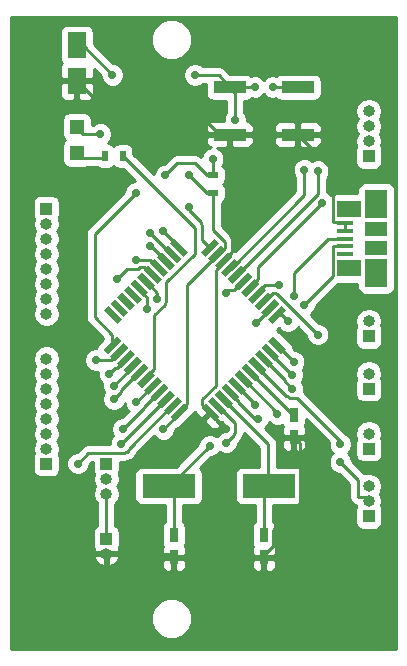
<source format=gtl>
%TF.GenerationSoftware,KiCad,Pcbnew,4.0.6*%
%TF.CreationDate,2017-05-25T21:52:32-03:00*%
%TF.ProjectId,np08,6E7030382E6B696361645F7063620000,rev?*%
%TF.FileFunction,Copper,L1,Top,Signal*%
%FSLAX46Y46*%
G04 Gerber Fmt 4.6, Leading zero omitted, Abs format (unit mm)*
G04 Created by KiCad (PCBNEW 4.0.6) date Thu May 25 21:52:32 2017*
%MOMM*%
%LPD*%
G01*
G04 APERTURE LIST*
%ADD10C,0.100000*%
%ADD11R,1.600000X2.200000*%
%ADD12R,0.750000X1.200000*%
%ADD13R,1.200000X1.200000*%
%ADD14R,1.000000X1.000000*%
%ADD15O,1.000000X1.000000*%
%ADD16R,1.897380X1.173480*%
%ADD17R,1.897380X2.374900*%
%ADD18R,2.100580X1.473200*%
%ADD19R,1.379220X0.449580*%
%ADD20R,0.500000X0.900000*%
%ADD21R,0.900000X0.500000*%
%ADD22R,2.750000X1.000000*%
%ADD23R,4.500000X2.000000*%
%ADD24C,0.700000*%
%ADD25C,0.250000*%
%ADD26C,0.254000*%
G04 APERTURE END LIST*
D10*
D11*
X148000000Y-96500000D03*
X148000000Y-93500000D03*
D12*
X156210000Y-136840000D03*
X156210000Y-134940000D03*
X163830000Y-136840000D03*
X163830000Y-134940000D03*
X166370000Y-124780000D03*
X166370000Y-126680000D03*
D13*
X148000000Y-100400000D03*
X148000000Y-102600000D03*
D14*
X172720000Y-133350000D03*
D15*
X172720000Y-132080000D03*
X172720000Y-130810000D03*
D16*
X173355000Y-110693200D03*
X173355000Y-109016800D03*
D17*
X173355000Y-106941620D03*
X173355000Y-112768380D03*
D18*
X171056300Y-107393740D03*
X171056300Y-112316260D03*
D19*
X170695620Y-111155480D03*
X170695620Y-110505240D03*
X170695620Y-109855000D03*
X170695620Y-109204760D03*
X170695620Y-108554520D03*
D14*
X172720000Y-102870000D03*
D15*
X172720000Y-101600000D03*
X172720000Y-100330000D03*
X172720000Y-99060000D03*
D14*
X150495000Y-135255000D03*
D15*
X150495000Y-136525000D03*
D14*
X150495000Y-128905000D03*
D15*
X150495000Y-130175000D03*
X150495000Y-131445000D03*
D14*
X172720000Y-127635000D03*
D15*
X172720000Y-126365000D03*
D14*
X172720000Y-122555000D03*
D15*
X172720000Y-121285000D03*
D14*
X145415000Y-128905000D03*
D15*
X145415000Y-127635000D03*
X145415000Y-126365000D03*
X145415000Y-125095000D03*
X145415000Y-123825000D03*
X145415000Y-122555000D03*
X145415000Y-121285000D03*
X145415000Y-120015000D03*
D14*
X145415000Y-107315000D03*
D15*
X145415000Y-108585000D03*
X145415000Y-109855000D03*
X145415000Y-111125000D03*
X145415000Y-112395000D03*
X145415000Y-113665000D03*
X145415000Y-114935000D03*
X145415000Y-116205000D03*
D14*
X172720000Y-118110000D03*
D15*
X172720000Y-116840000D03*
D20*
X150380000Y-102870000D03*
X151880000Y-102870000D03*
D21*
X159537400Y-106002520D03*
X159537400Y-104502520D03*
D22*
X166710000Y-97060000D03*
X160950000Y-97060000D03*
X160950000Y-101060000D03*
X166710000Y-101060000D03*
D10*
G36*
X150655302Y-119673823D02*
X150259323Y-119277844D01*
X151390694Y-118146473D01*
X151786673Y-118542452D01*
X150655302Y-119673823D01*
X150655302Y-119673823D01*
G37*
G36*
X151220988Y-120239508D02*
X150825009Y-119843529D01*
X151956380Y-118712158D01*
X152352359Y-119108137D01*
X151220988Y-120239508D01*
X151220988Y-120239508D01*
G37*
G36*
X151786673Y-120805193D02*
X151390694Y-120409214D01*
X152522065Y-119277843D01*
X152918044Y-119673822D01*
X151786673Y-120805193D01*
X151786673Y-120805193D01*
G37*
G36*
X152352358Y-121370879D02*
X151956379Y-120974900D01*
X153087750Y-119843529D01*
X153483729Y-120239508D01*
X152352358Y-121370879D01*
X152352358Y-121370879D01*
G37*
G36*
X152918044Y-121936564D02*
X152522065Y-121540585D01*
X153653436Y-120409214D01*
X154049415Y-120805193D01*
X152918044Y-121936564D01*
X152918044Y-121936564D01*
G37*
G36*
X153483729Y-122502250D02*
X153087750Y-122106271D01*
X154219121Y-120974900D01*
X154615100Y-121370879D01*
X153483729Y-122502250D01*
X153483729Y-122502250D01*
G37*
G36*
X154049415Y-123067935D02*
X153653436Y-122671956D01*
X154784807Y-121540585D01*
X155180786Y-121936564D01*
X154049415Y-123067935D01*
X154049415Y-123067935D01*
G37*
G36*
X154615100Y-123633621D02*
X154219121Y-123237642D01*
X155350492Y-122106271D01*
X155746471Y-122502250D01*
X154615100Y-123633621D01*
X154615100Y-123633621D01*
G37*
G36*
X155180786Y-124199306D02*
X154784807Y-123803327D01*
X155916178Y-122671956D01*
X156312157Y-123067935D01*
X155180786Y-124199306D01*
X155180786Y-124199306D01*
G37*
G36*
X155746471Y-124764991D02*
X155350492Y-124369012D01*
X156481863Y-123237641D01*
X156877842Y-123633620D01*
X155746471Y-124764991D01*
X155746471Y-124764991D01*
G37*
G36*
X156312156Y-125330677D02*
X155916177Y-124934698D01*
X157047548Y-123803327D01*
X157443527Y-124199306D01*
X156312156Y-125330677D01*
X156312156Y-125330677D01*
G37*
G36*
X160059823Y-124934698D02*
X159663844Y-125330677D01*
X158532473Y-124199306D01*
X158928452Y-123803327D01*
X160059823Y-124934698D01*
X160059823Y-124934698D01*
G37*
G36*
X160625508Y-124369012D02*
X160229529Y-124764991D01*
X159098158Y-123633620D01*
X159494137Y-123237641D01*
X160625508Y-124369012D01*
X160625508Y-124369012D01*
G37*
G36*
X161191193Y-123803327D02*
X160795214Y-124199306D01*
X159663843Y-123067935D01*
X160059822Y-122671956D01*
X161191193Y-123803327D01*
X161191193Y-123803327D01*
G37*
G36*
X161756879Y-123237642D02*
X161360900Y-123633621D01*
X160229529Y-122502250D01*
X160625508Y-122106271D01*
X161756879Y-123237642D01*
X161756879Y-123237642D01*
G37*
G36*
X162322564Y-122671956D02*
X161926585Y-123067935D01*
X160795214Y-121936564D01*
X161191193Y-121540585D01*
X162322564Y-122671956D01*
X162322564Y-122671956D01*
G37*
G36*
X162888250Y-122106271D02*
X162492271Y-122502250D01*
X161360900Y-121370879D01*
X161756879Y-120974900D01*
X162888250Y-122106271D01*
X162888250Y-122106271D01*
G37*
G36*
X163453935Y-121540585D02*
X163057956Y-121936564D01*
X161926585Y-120805193D01*
X162322564Y-120409214D01*
X163453935Y-121540585D01*
X163453935Y-121540585D01*
G37*
G36*
X164019621Y-120974900D02*
X163623642Y-121370879D01*
X162492271Y-120239508D01*
X162888250Y-119843529D01*
X164019621Y-120974900D01*
X164019621Y-120974900D01*
G37*
G36*
X164585306Y-120409214D02*
X164189327Y-120805193D01*
X163057956Y-119673822D01*
X163453935Y-119277843D01*
X164585306Y-120409214D01*
X164585306Y-120409214D01*
G37*
G36*
X165150991Y-119843529D02*
X164755012Y-120239508D01*
X163623641Y-119108137D01*
X164019620Y-118712158D01*
X165150991Y-119843529D01*
X165150991Y-119843529D01*
G37*
G36*
X165716677Y-119277844D02*
X165320698Y-119673823D01*
X164189327Y-118542452D01*
X164585306Y-118146473D01*
X165716677Y-119277844D01*
X165716677Y-119277844D01*
G37*
G36*
X164585306Y-117057527D02*
X164189327Y-116661548D01*
X165320698Y-115530177D01*
X165716677Y-115926156D01*
X164585306Y-117057527D01*
X164585306Y-117057527D01*
G37*
G36*
X164019620Y-116491842D02*
X163623641Y-116095863D01*
X164755012Y-114964492D01*
X165150991Y-115360471D01*
X164019620Y-116491842D01*
X164019620Y-116491842D01*
G37*
G36*
X163453935Y-115926157D02*
X163057956Y-115530178D01*
X164189327Y-114398807D01*
X164585306Y-114794786D01*
X163453935Y-115926157D01*
X163453935Y-115926157D01*
G37*
G36*
X162888250Y-115360471D02*
X162492271Y-114964492D01*
X163623642Y-113833121D01*
X164019621Y-114229100D01*
X162888250Y-115360471D01*
X162888250Y-115360471D01*
G37*
G36*
X162322564Y-114794786D02*
X161926585Y-114398807D01*
X163057956Y-113267436D01*
X163453935Y-113663415D01*
X162322564Y-114794786D01*
X162322564Y-114794786D01*
G37*
G36*
X161756879Y-114229100D02*
X161360900Y-113833121D01*
X162492271Y-112701750D01*
X162888250Y-113097729D01*
X161756879Y-114229100D01*
X161756879Y-114229100D01*
G37*
G36*
X161191193Y-113663415D02*
X160795214Y-113267436D01*
X161926585Y-112136065D01*
X162322564Y-112532044D01*
X161191193Y-113663415D01*
X161191193Y-113663415D01*
G37*
G36*
X160625508Y-113097729D02*
X160229529Y-112701750D01*
X161360900Y-111570379D01*
X161756879Y-111966358D01*
X160625508Y-113097729D01*
X160625508Y-113097729D01*
G37*
G36*
X160059822Y-112532044D02*
X159663843Y-112136065D01*
X160795214Y-111004694D01*
X161191193Y-111400673D01*
X160059822Y-112532044D01*
X160059822Y-112532044D01*
G37*
G36*
X159494137Y-111966359D02*
X159098158Y-111570380D01*
X160229529Y-110439009D01*
X160625508Y-110834988D01*
X159494137Y-111966359D01*
X159494137Y-111966359D01*
G37*
G36*
X158928452Y-111400673D02*
X158532473Y-111004694D01*
X159663844Y-109873323D01*
X160059823Y-110269302D01*
X158928452Y-111400673D01*
X158928452Y-111400673D01*
G37*
G36*
X157443527Y-111004694D02*
X157047548Y-111400673D01*
X155916177Y-110269302D01*
X156312156Y-109873323D01*
X157443527Y-111004694D01*
X157443527Y-111004694D01*
G37*
G36*
X156877842Y-111570380D02*
X156481863Y-111966359D01*
X155350492Y-110834988D01*
X155746471Y-110439009D01*
X156877842Y-111570380D01*
X156877842Y-111570380D01*
G37*
G36*
X156312157Y-112136065D02*
X155916178Y-112532044D01*
X154784807Y-111400673D01*
X155180786Y-111004694D01*
X156312157Y-112136065D01*
X156312157Y-112136065D01*
G37*
G36*
X155746471Y-112701750D02*
X155350492Y-113097729D01*
X154219121Y-111966358D01*
X154615100Y-111570379D01*
X155746471Y-112701750D01*
X155746471Y-112701750D01*
G37*
G36*
X155180786Y-113267436D02*
X154784807Y-113663415D01*
X153653436Y-112532044D01*
X154049415Y-112136065D01*
X155180786Y-113267436D01*
X155180786Y-113267436D01*
G37*
G36*
X154615100Y-113833121D02*
X154219121Y-114229100D01*
X153087750Y-113097729D01*
X153483729Y-112701750D01*
X154615100Y-113833121D01*
X154615100Y-113833121D01*
G37*
G36*
X154049415Y-114398807D02*
X153653436Y-114794786D01*
X152522065Y-113663415D01*
X152918044Y-113267436D01*
X154049415Y-114398807D01*
X154049415Y-114398807D01*
G37*
G36*
X153483729Y-114964492D02*
X153087750Y-115360471D01*
X151956379Y-114229100D01*
X152352358Y-113833121D01*
X153483729Y-114964492D01*
X153483729Y-114964492D01*
G37*
G36*
X152918044Y-115530178D02*
X152522065Y-115926157D01*
X151390694Y-114794786D01*
X151786673Y-114398807D01*
X152918044Y-115530178D01*
X152918044Y-115530178D01*
G37*
G36*
X152352359Y-116095863D02*
X151956380Y-116491842D01*
X150825009Y-115360471D01*
X151220988Y-114964492D01*
X152352359Y-116095863D01*
X152352359Y-116095863D01*
G37*
G36*
X151786673Y-116661548D02*
X151390694Y-117057527D01*
X150259323Y-115926156D01*
X150655302Y-115530177D01*
X151786673Y-116661548D01*
X151786673Y-116661548D01*
G37*
D23*
X155770000Y-130810000D03*
X164270000Y-130810000D03*
D24*
X165862000Y-116840000D03*
X167259000Y-115443000D03*
X166370000Y-114681000D03*
X163195000Y-116967000D03*
X158000000Y-99000000D03*
X150500000Y-99000000D03*
X164973000Y-125984000D03*
X160655000Y-125984000D03*
X162433000Y-136779000D03*
X157607000Y-136779000D03*
X163068000Y-101092000D03*
X164592000Y-101092000D03*
X155500000Y-104500000D03*
X153000000Y-106000000D03*
X151000000Y-96000000D03*
X158000000Y-96000000D03*
X161417000Y-99822000D03*
X159512000Y-103124000D03*
X164592000Y-97028000D03*
X163068000Y-97028000D03*
X149606000Y-120142000D03*
X150749000Y-121285000D03*
X151130000Y-122301000D03*
X151130000Y-123444000D03*
X153035000Y-123698000D03*
X151892000Y-125984000D03*
X151765000Y-127254000D03*
X148082000Y-128905000D03*
X157500000Y-104500000D03*
X150000000Y-101000000D03*
X155321000Y-125984000D03*
X160655000Y-127127000D03*
X159258000Y-127381000D03*
X170307000Y-127254000D03*
X166243000Y-122555000D03*
X166243000Y-121412000D03*
X166370000Y-120269000D03*
X168783000Y-106807000D03*
X160655000Y-114427000D03*
X168402000Y-104140000D03*
X167259000Y-104013000D03*
X157480000Y-107188000D03*
X155321000Y-109220000D03*
X154178000Y-109347000D03*
X154178000Y-110490000D03*
X153035000Y-111633000D03*
X151384000Y-113284000D03*
X154813000Y-114935000D03*
X153924000Y-115824000D03*
X163322000Y-125095000D03*
X163068000Y-123952000D03*
X170307000Y-128778000D03*
X164973000Y-124714000D03*
X168402000Y-117983000D03*
X165100000Y-113792000D03*
D25*
X164953002Y-116293852D02*
X164973000Y-116332000D01*
X164973000Y-116332000D02*
X165354000Y-116332000D01*
X165354000Y-116332000D02*
X165862000Y-116840000D01*
X167259000Y-115443000D02*
X169672000Y-113030000D01*
X169672000Y-113030000D02*
X169672000Y-110490000D01*
X169672000Y-110490000D02*
X170688000Y-110490000D01*
X170688000Y-110490000D02*
X170695620Y-110505240D01*
X170695620Y-109855000D02*
X169291000Y-109855000D01*
X169291000Y-109855000D02*
X166370000Y-112776000D01*
X166370000Y-112776000D02*
X166370000Y-114681000D01*
X163195000Y-116967000D02*
X164338000Y-115824000D01*
X164338000Y-115824000D02*
X164338000Y-115697000D01*
X164338000Y-115697000D02*
X164387316Y-115728167D01*
X160950000Y-101060000D02*
X161000000Y-101000000D01*
X161000000Y-101000000D02*
X160000000Y-101000000D01*
X160000000Y-101000000D02*
X158000000Y-99000000D01*
X150500000Y-99000000D02*
X148000000Y-96500000D01*
X156210000Y-136840000D02*
X156210000Y-136779000D01*
X156210000Y-136779000D02*
X155956000Y-136525000D01*
X155956000Y-136525000D02*
X150495000Y-136525000D01*
X160427518Y-111768369D02*
X160401000Y-111760000D01*
X160401000Y-111760000D02*
X161163000Y-110998000D01*
X161163000Y-110998000D02*
X161163000Y-109855000D01*
X161163000Y-109855000D02*
X161036000Y-109728000D01*
X161036000Y-109728000D02*
X161036000Y-109601000D01*
X161036000Y-109601000D02*
X160909000Y-109474000D01*
X160909000Y-109474000D02*
X160909000Y-101092000D01*
X160909000Y-101092000D02*
X160950000Y-101060000D01*
X166710000Y-101060000D02*
X166751000Y-101092000D01*
X166751000Y-101092000D02*
X169672000Y-104013000D01*
X169672000Y-104013000D02*
X169672000Y-108458000D01*
X169672000Y-108458000D02*
X170561000Y-108458000D01*
X170561000Y-108458000D02*
X170688000Y-108585000D01*
X170688000Y-108585000D02*
X170695620Y-108554520D01*
X166370000Y-126680000D02*
X166370000Y-126619000D01*
X166370000Y-126619000D02*
X166878000Y-127127000D01*
X166878000Y-127127000D02*
X166878000Y-132207000D01*
X166878000Y-132207000D02*
X164592000Y-134493000D01*
X164592000Y-134493000D02*
X164592000Y-135890000D01*
X164592000Y-135890000D02*
X163830000Y-136652000D01*
X163830000Y-136652000D02*
X163830000Y-136840000D01*
X159296148Y-124567002D02*
X159258000Y-124587000D01*
X159258000Y-124587000D02*
X158623000Y-123952000D01*
X158623000Y-123952000D02*
X158623000Y-123444000D01*
X158623000Y-123444000D02*
X159766000Y-122301000D01*
X159766000Y-122301000D02*
X159766000Y-112522000D01*
X159766000Y-112522000D02*
X160401000Y-111887000D01*
X160401000Y-111887000D02*
X160401000Y-111760000D01*
X160401000Y-111760000D02*
X160427518Y-111768369D01*
X166370000Y-126680000D02*
X166370000Y-126619000D01*
X166370000Y-126619000D02*
X165608000Y-126619000D01*
X165608000Y-126619000D02*
X164973000Y-125984000D01*
X160655000Y-125984000D02*
X159258000Y-124587000D01*
X159258000Y-124587000D02*
X159296148Y-124567002D01*
X160427518Y-111768369D02*
X160401000Y-111760000D01*
X160909000Y-101092000D02*
X160950000Y-101060000D01*
X160950000Y-101060000D02*
X160909000Y-101092000D01*
X163830000Y-136840000D02*
X163830000Y-136779000D01*
X163830000Y-136779000D02*
X162433000Y-136779000D01*
X157607000Y-136779000D02*
X156210000Y-136779000D01*
X156210000Y-136779000D02*
X156210000Y-136840000D01*
X156210000Y-136840000D02*
X156210000Y-136779000D01*
X160950000Y-101060000D02*
X160909000Y-101092000D01*
X160909000Y-101092000D02*
X163068000Y-101092000D01*
X164592000Y-101092000D02*
X166751000Y-101092000D01*
X166751000Y-101092000D02*
X166710000Y-101060000D01*
X170695620Y-108554520D02*
X170688000Y-108585000D01*
X170688000Y-108585000D02*
X170688000Y-109220000D01*
X170688000Y-109220000D02*
X170695620Y-109204760D01*
X159537400Y-104502520D02*
X159500000Y-104500000D01*
X159500000Y-104500000D02*
X159000000Y-104500000D01*
X159000000Y-104500000D02*
X158000000Y-103500000D01*
X158000000Y-103500000D02*
X156500000Y-103500000D01*
X156500000Y-103500000D02*
X155500000Y-104500000D01*
X153000000Y-106000000D02*
X149500000Y-109500000D01*
X149500000Y-109500000D02*
X149500000Y-116500000D01*
X149500000Y-116500000D02*
X151000000Y-118000000D01*
X151000000Y-118000000D02*
X151000000Y-119000000D01*
X151000000Y-119000000D02*
X151022998Y-118910148D01*
X148000000Y-93500000D02*
X148500000Y-93500000D01*
X148500000Y-93500000D02*
X151000000Y-96000000D01*
X158000000Y-96000000D02*
X160000000Y-96000000D01*
X160000000Y-96000000D02*
X161000000Y-97000000D01*
X161000000Y-97000000D02*
X160950000Y-97060000D01*
X151003000Y-118872000D02*
X151022998Y-118910148D01*
X160950000Y-97060000D02*
X160909000Y-97028000D01*
X160909000Y-97028000D02*
X161417000Y-97536000D01*
X161417000Y-97536000D02*
X161417000Y-99822000D01*
X159512000Y-103124000D02*
X159512000Y-104521000D01*
X159512000Y-104521000D02*
X159537400Y-104502520D01*
X151003000Y-118872000D02*
X151022998Y-118910148D01*
X160950000Y-97060000D02*
X160909000Y-97028000D01*
X166710000Y-97060000D02*
X166751000Y-97028000D01*
X166751000Y-97028000D02*
X164592000Y-97028000D01*
X163068000Y-97028000D02*
X160909000Y-97028000D01*
X160909000Y-97028000D02*
X160950000Y-97060000D01*
X151588684Y-119475833D02*
X151638000Y-119507000D01*
X151638000Y-119507000D02*
X151511000Y-119507000D01*
X151511000Y-119507000D02*
X150876000Y-120142000D01*
X150876000Y-120142000D02*
X149606000Y-120142000D01*
X152154369Y-120041518D02*
X152146000Y-120015000D01*
X152146000Y-120015000D02*
X151384000Y-120777000D01*
X151384000Y-120777000D02*
X151257000Y-120777000D01*
X151257000Y-120777000D02*
X150749000Y-121285000D01*
X152720054Y-120607204D02*
X152781000Y-120650000D01*
X152781000Y-120650000D02*
X151130000Y-122301000D01*
X153285740Y-121172889D02*
X153289000Y-121158000D01*
X153289000Y-121158000D02*
X151765000Y-122682000D01*
X151765000Y-122682000D02*
X151765000Y-122809000D01*
X151765000Y-122809000D02*
X151130000Y-123444000D01*
X151880000Y-102870000D02*
X151892000Y-102870000D01*
X151892000Y-102870000D02*
X157988000Y-108966000D01*
X157988000Y-108966000D02*
X157988000Y-111125000D01*
X157988000Y-111125000D02*
X155575000Y-113538000D01*
X155575000Y-113538000D02*
X155575000Y-115189000D01*
X155575000Y-115189000D02*
X155448000Y-115316000D01*
X155448000Y-115316000D02*
X155448000Y-115443000D01*
X155448000Y-115443000D02*
X154559000Y-116332000D01*
X154559000Y-116332000D02*
X154559000Y-120904000D01*
X154559000Y-120904000D02*
X153797000Y-121666000D01*
X153797000Y-121666000D02*
X153797000Y-121793000D01*
X153797000Y-121793000D02*
X153851425Y-121738575D01*
X154417111Y-122304260D02*
X154432000Y-122301000D01*
X154432000Y-122301000D02*
X153035000Y-123698000D01*
X154982796Y-122869946D02*
X154940000Y-122809000D01*
X154940000Y-122809000D02*
X153670000Y-124079000D01*
X153670000Y-124079000D02*
X153670000Y-124206000D01*
X153670000Y-124206000D02*
X151892000Y-125984000D01*
X151765000Y-127254000D02*
X155575000Y-123444000D01*
X155575000Y-123444000D02*
X155548482Y-123435631D01*
X156114167Y-124001316D02*
X156083000Y-123952000D01*
X156083000Y-123952000D02*
X152400000Y-127635000D01*
X152400000Y-127635000D02*
X152400000Y-127762000D01*
X152400000Y-127762000D02*
X152273000Y-127889000D01*
X152273000Y-127889000D02*
X152146000Y-127889000D01*
X152146000Y-127889000D02*
X152019000Y-128016000D01*
X152019000Y-128016000D02*
X148971000Y-128016000D01*
X148971000Y-128016000D02*
X148082000Y-128905000D01*
X159537400Y-106002520D02*
X159500000Y-106000000D01*
X159500000Y-106000000D02*
X159000000Y-106000000D01*
X159000000Y-106000000D02*
X157500000Y-104500000D01*
X150000000Y-101000000D02*
X148500000Y-101000000D01*
X148500000Y-101000000D02*
X148000000Y-100500000D01*
X148000000Y-100500000D02*
X148000000Y-100400000D01*
X156679852Y-124567002D02*
X156718000Y-124587000D01*
X156718000Y-124587000D02*
X155321000Y-125984000D01*
X159537400Y-106002520D02*
X159512000Y-106045000D01*
X159861833Y-111202684D02*
X159893000Y-111252000D01*
X159893000Y-111252000D02*
X160528000Y-110617000D01*
X160528000Y-110617000D02*
X160528000Y-110109000D01*
X160528000Y-110109000D02*
X159512000Y-109093000D01*
X159512000Y-109093000D02*
X159512000Y-106045000D01*
X159512000Y-106045000D02*
X159537400Y-106002520D01*
X156679852Y-124567002D02*
X156718000Y-124587000D01*
X159861833Y-111202684D02*
X159893000Y-111252000D01*
X159893000Y-111252000D02*
X157353000Y-113792000D01*
X157353000Y-113792000D02*
X157353000Y-123825000D01*
X157353000Y-123825000D02*
X156718000Y-124460000D01*
X156718000Y-124460000D02*
X156718000Y-124587000D01*
X156718000Y-124587000D02*
X156679852Y-124567002D01*
X159861833Y-124001316D02*
X159893000Y-123952000D01*
X159893000Y-123952000D02*
X161417000Y-125476000D01*
X161417000Y-125476000D02*
X161417000Y-126238000D01*
X161417000Y-126238000D02*
X161290000Y-126365000D01*
X161290000Y-126365000D02*
X161290000Y-126492000D01*
X161290000Y-126492000D02*
X160655000Y-127127000D01*
X159258000Y-127381000D02*
X155829000Y-130810000D01*
X155829000Y-130810000D02*
X155770000Y-130810000D01*
X155770000Y-130810000D02*
X155829000Y-130810000D01*
X155829000Y-130810000D02*
X156210000Y-131191000D01*
X156210000Y-131191000D02*
X156210000Y-134940000D01*
X160427518Y-123435631D02*
X160401000Y-123444000D01*
X160401000Y-123444000D02*
X164211000Y-127254000D01*
X164211000Y-127254000D02*
X164211000Y-130810000D01*
X164211000Y-130810000D02*
X164270000Y-130810000D01*
X164270000Y-130810000D02*
X164211000Y-130810000D01*
X164211000Y-130810000D02*
X163830000Y-131191000D01*
X163830000Y-131191000D02*
X163830000Y-134940000D01*
X166370000Y-124780000D02*
X166370000Y-124841000D01*
X166370000Y-124841000D02*
X162687000Y-121158000D01*
X162687000Y-121158000D02*
X162690260Y-121172889D01*
X163255946Y-120607204D02*
X163195000Y-120650000D01*
X163195000Y-120650000D02*
X165735000Y-123190000D01*
X165735000Y-123190000D02*
X165862000Y-123190000D01*
X165862000Y-123190000D02*
X165989000Y-123317000D01*
X165989000Y-123317000D02*
X166624000Y-123317000D01*
X166624000Y-123317000D02*
X170307000Y-127000000D01*
X170307000Y-127000000D02*
X170307000Y-127254000D01*
X163821631Y-120041518D02*
X163830000Y-120015000D01*
X163830000Y-120015000D02*
X165608000Y-121793000D01*
X165608000Y-121793000D02*
X165608000Y-121920000D01*
X165608000Y-121920000D02*
X166243000Y-122555000D01*
X166243000Y-121412000D02*
X164338000Y-119507000D01*
X164338000Y-119507000D02*
X164387316Y-119475833D01*
X166370000Y-120269000D02*
X164973000Y-118872000D01*
X164973000Y-118872000D02*
X164953002Y-118910148D01*
X168783000Y-106807000D02*
X163322000Y-112268000D01*
X163322000Y-112268000D02*
X163322000Y-113284000D01*
X163322000Y-113284000D02*
X162687000Y-113919000D01*
X162687000Y-113919000D02*
X162687000Y-114046000D01*
X162687000Y-114046000D02*
X162690260Y-114031111D01*
X162124575Y-113465425D02*
X162179000Y-113411000D01*
X162179000Y-113411000D02*
X162052000Y-113411000D01*
X162052000Y-113411000D02*
X161290000Y-114173000D01*
X161290000Y-114173000D02*
X160909000Y-114173000D01*
X160909000Y-114173000D02*
X160655000Y-114427000D01*
X161558889Y-112899740D02*
X161544000Y-112903000D01*
X161544000Y-112903000D02*
X168402000Y-106045000D01*
X168402000Y-106045000D02*
X168402000Y-104140000D01*
X160993204Y-112334054D02*
X161036000Y-112395000D01*
X161036000Y-112395000D02*
X167259000Y-106172000D01*
X167259000Y-106172000D02*
X167259000Y-104013000D01*
X159296148Y-110636998D02*
X159258000Y-110617000D01*
X159258000Y-110617000D02*
X158623000Y-109982000D01*
X158623000Y-109982000D02*
X158623000Y-108712000D01*
X158623000Y-108712000D02*
X158496000Y-108585000D01*
X158496000Y-108585000D02*
X158496000Y-108458000D01*
X158496000Y-108458000D02*
X157480000Y-107442000D01*
X157480000Y-107442000D02*
X157480000Y-107188000D01*
X155321000Y-109220000D02*
X156718000Y-110617000D01*
X156718000Y-110617000D02*
X156679852Y-110636998D01*
X156114167Y-111202684D02*
X156083000Y-111252000D01*
X156083000Y-111252000D02*
X154178000Y-109347000D01*
X154178000Y-110490000D02*
X154305000Y-110490000D01*
X154305000Y-110490000D02*
X155575000Y-111760000D01*
X155575000Y-111760000D02*
X155548482Y-111768369D01*
X154982796Y-112334054D02*
X154940000Y-112395000D01*
X154940000Y-112395000D02*
X154178000Y-111633000D01*
X154178000Y-111633000D02*
X153035000Y-111633000D01*
X154417111Y-112899740D02*
X154432000Y-112903000D01*
X154432000Y-112903000D02*
X154305000Y-112903000D01*
X154305000Y-112903000D02*
X153670000Y-112268000D01*
X153670000Y-112268000D02*
X153289000Y-112268000D01*
X153289000Y-112268000D02*
X153289000Y-112395000D01*
X153289000Y-112395000D02*
X152273000Y-112395000D01*
X152273000Y-112395000D02*
X151384000Y-113284000D01*
X153851425Y-113465425D02*
X154813000Y-114427000D01*
X154813000Y-114427000D02*
X154813000Y-114935000D01*
X153924000Y-115824000D02*
X153924000Y-114808000D01*
X153924000Y-114808000D02*
X153289000Y-114173000D01*
X153289000Y-114173000D02*
X153289000Y-114046000D01*
X153289000Y-114046000D02*
X153285740Y-114031111D01*
X150380000Y-102870000D02*
X150500000Y-103000000D01*
X150500000Y-103000000D02*
X148500000Y-103000000D01*
X148500000Y-103000000D02*
X148000000Y-102500000D01*
X148000000Y-102500000D02*
X148000000Y-102600000D01*
X163322000Y-125095000D02*
X163068000Y-125095000D01*
X163068000Y-125095000D02*
X161671000Y-123698000D01*
X161671000Y-123698000D02*
X161671000Y-123571000D01*
X161671000Y-123571000D02*
X161036000Y-122936000D01*
X161036000Y-122936000D02*
X161036000Y-122809000D01*
X161036000Y-122809000D02*
X160993204Y-122869946D01*
X161558889Y-122304260D02*
X161544000Y-122301000D01*
X161544000Y-122301000D02*
X163068000Y-123825000D01*
X163068000Y-123825000D02*
X163068000Y-123952000D01*
X170307000Y-128778000D02*
X171831000Y-130302000D01*
X171831000Y-130302000D02*
X171831000Y-131699000D01*
X171831000Y-131699000D02*
X172339000Y-131699000D01*
X172339000Y-131699000D02*
X172720000Y-132080000D01*
X162124575Y-121738575D02*
X164973000Y-124587000D01*
X164973000Y-124587000D02*
X164973000Y-124714000D01*
X168402000Y-117983000D02*
X164973000Y-114554000D01*
X164973000Y-114554000D02*
X164846000Y-114554000D01*
X164846000Y-114554000D02*
X164846000Y-114427000D01*
X164846000Y-114427000D02*
X164592000Y-114427000D01*
X164592000Y-114427000D02*
X163830000Y-115189000D01*
X163830000Y-115189000D02*
X163821631Y-115162482D01*
X165100000Y-113792000D02*
X163957000Y-113792000D01*
X163957000Y-113792000D02*
X163195000Y-114554000D01*
X163195000Y-114554000D02*
X163255946Y-114596796D01*
X150495000Y-135255000D02*
X150495000Y-131445000D01*
D26*
G36*
X175058000Y-144578000D02*
X142442000Y-144578000D01*
X142442000Y-142343599D01*
X154264699Y-142343599D01*
X154528281Y-142981515D01*
X155015918Y-143470004D01*
X155653373Y-143734699D01*
X156343599Y-143735301D01*
X156981515Y-143471719D01*
X157470004Y-142984082D01*
X157734699Y-142346627D01*
X157735301Y-141656401D01*
X157471719Y-141018485D01*
X156984082Y-140529996D01*
X156346627Y-140265301D01*
X155656401Y-140264699D01*
X155018485Y-140528281D01*
X154529996Y-141015918D01*
X154265301Y-141653373D01*
X154264699Y-142343599D01*
X142442000Y-142343599D01*
X142442000Y-136826874D01*
X149400881Y-136826874D01*
X149507873Y-137085209D01*
X149797396Y-137420323D01*
X150193123Y-137619132D01*
X150368000Y-137494135D01*
X150368000Y-136652000D01*
X150622000Y-136652000D01*
X150622000Y-137494135D01*
X150796877Y-137619132D01*
X151192604Y-137420323D01*
X151447101Y-137125750D01*
X155200000Y-137125750D01*
X155200000Y-137566309D01*
X155296673Y-137799698D01*
X155475301Y-137978327D01*
X155708690Y-138075000D01*
X155924250Y-138075000D01*
X156083000Y-137916250D01*
X156083000Y-136967000D01*
X156337000Y-136967000D01*
X156337000Y-137916250D01*
X156495750Y-138075000D01*
X156711310Y-138075000D01*
X156944699Y-137978327D01*
X157123327Y-137799698D01*
X157220000Y-137566309D01*
X157220000Y-137125750D01*
X162820000Y-137125750D01*
X162820000Y-137566309D01*
X162916673Y-137799698D01*
X163095301Y-137978327D01*
X163328690Y-138075000D01*
X163544250Y-138075000D01*
X163703000Y-137916250D01*
X163703000Y-136967000D01*
X163957000Y-136967000D01*
X163957000Y-137916250D01*
X164115750Y-138075000D01*
X164331310Y-138075000D01*
X164564699Y-137978327D01*
X164743327Y-137799698D01*
X164840000Y-137566309D01*
X164840000Y-137125750D01*
X164681250Y-136967000D01*
X163957000Y-136967000D01*
X163703000Y-136967000D01*
X162978750Y-136967000D01*
X162820000Y-137125750D01*
X157220000Y-137125750D01*
X157061250Y-136967000D01*
X156337000Y-136967000D01*
X156083000Y-136967000D01*
X155358750Y-136967000D01*
X155200000Y-137125750D01*
X151447101Y-137125750D01*
X151482127Y-137085209D01*
X151589119Y-136826874D01*
X151462954Y-136652000D01*
X150622000Y-136652000D01*
X150368000Y-136652000D01*
X149527046Y-136652000D01*
X149400881Y-136826874D01*
X142442000Y-136826874D01*
X142442000Y-120015000D01*
X144257764Y-120015000D01*
X144344161Y-120449346D01*
X144478234Y-120650000D01*
X144344161Y-120850654D01*
X144257764Y-121285000D01*
X144344161Y-121719346D01*
X144478234Y-121920000D01*
X144344161Y-122120654D01*
X144257764Y-122555000D01*
X144344161Y-122989346D01*
X144478234Y-123190000D01*
X144344161Y-123390654D01*
X144257764Y-123825000D01*
X144344161Y-124259346D01*
X144478234Y-124460000D01*
X144344161Y-124660654D01*
X144257764Y-125095000D01*
X144344161Y-125529346D01*
X144478234Y-125730000D01*
X144344161Y-125930654D01*
X144257764Y-126365000D01*
X144344161Y-126799346D01*
X144478234Y-127000000D01*
X144344161Y-127200654D01*
X144257764Y-127635000D01*
X144344161Y-128069346D01*
X144359805Y-128092759D01*
X144318569Y-128153110D01*
X144267560Y-128405000D01*
X144267560Y-129405000D01*
X144311838Y-129640317D01*
X144450910Y-129856441D01*
X144663110Y-130001431D01*
X144915000Y-130052440D01*
X145915000Y-130052440D01*
X146150317Y-130008162D01*
X146366441Y-129869090D01*
X146511431Y-129656890D01*
X146562440Y-129405000D01*
X146562440Y-128405000D01*
X146518162Y-128169683D01*
X146469414Y-128093927D01*
X146485839Y-128069346D01*
X146572236Y-127635000D01*
X146485839Y-127200654D01*
X146351766Y-127000000D01*
X146485839Y-126799346D01*
X146572236Y-126365000D01*
X146485839Y-125930654D01*
X146351766Y-125730000D01*
X146485839Y-125529346D01*
X146572236Y-125095000D01*
X146485839Y-124660654D01*
X146351766Y-124460000D01*
X146485839Y-124259346D01*
X146572236Y-123825000D01*
X146485839Y-123390654D01*
X146351766Y-123190000D01*
X146485839Y-122989346D01*
X146572236Y-122555000D01*
X146485839Y-122120654D01*
X146351766Y-121920000D01*
X146485839Y-121719346D01*
X146572236Y-121285000D01*
X146485839Y-120850654D01*
X146351766Y-120650000D01*
X146485839Y-120449346D01*
X146572236Y-120015000D01*
X146485839Y-119580654D01*
X146239802Y-119212434D01*
X145871582Y-118966397D01*
X145437236Y-118880000D01*
X145392764Y-118880000D01*
X144958418Y-118966397D01*
X144590198Y-119212434D01*
X144344161Y-119580654D01*
X144257764Y-120015000D01*
X142442000Y-120015000D01*
X142442000Y-108585000D01*
X144257764Y-108585000D01*
X144344161Y-109019346D01*
X144478234Y-109220000D01*
X144344161Y-109420654D01*
X144257764Y-109855000D01*
X144344161Y-110289346D01*
X144478234Y-110490000D01*
X144344161Y-110690654D01*
X144257764Y-111125000D01*
X144344161Y-111559346D01*
X144478234Y-111760000D01*
X144344161Y-111960654D01*
X144257764Y-112395000D01*
X144344161Y-112829346D01*
X144478234Y-113030000D01*
X144344161Y-113230654D01*
X144257764Y-113665000D01*
X144344161Y-114099346D01*
X144478234Y-114300000D01*
X144344161Y-114500654D01*
X144257764Y-114935000D01*
X144344161Y-115369346D01*
X144478234Y-115570000D01*
X144344161Y-115770654D01*
X144257764Y-116205000D01*
X144344161Y-116639346D01*
X144590198Y-117007566D01*
X144958418Y-117253603D01*
X145392764Y-117340000D01*
X145437236Y-117340000D01*
X145871582Y-117253603D01*
X146239802Y-117007566D01*
X146485839Y-116639346D01*
X146572236Y-116205000D01*
X146485839Y-115770654D01*
X146351766Y-115570000D01*
X146485839Y-115369346D01*
X146572236Y-114935000D01*
X146485839Y-114500654D01*
X146351766Y-114300000D01*
X146485839Y-114099346D01*
X146572236Y-113665000D01*
X146485839Y-113230654D01*
X146351766Y-113030000D01*
X146485839Y-112829346D01*
X146572236Y-112395000D01*
X146485839Y-111960654D01*
X146351766Y-111760000D01*
X146485839Y-111559346D01*
X146572236Y-111125000D01*
X146485839Y-110690654D01*
X146351766Y-110490000D01*
X146485839Y-110289346D01*
X146572236Y-109855000D01*
X146485839Y-109420654D01*
X146351766Y-109220000D01*
X146485839Y-109019346D01*
X146572236Y-108585000D01*
X146485839Y-108150654D01*
X146470195Y-108127241D01*
X146511431Y-108066890D01*
X146562440Y-107815000D01*
X146562440Y-106815000D01*
X146518162Y-106579683D01*
X146379090Y-106363559D01*
X146166890Y-106218569D01*
X145915000Y-106167560D01*
X144915000Y-106167560D01*
X144679683Y-106211838D01*
X144463559Y-106350910D01*
X144318569Y-106563110D01*
X144267560Y-106815000D01*
X144267560Y-107815000D01*
X144311838Y-108050317D01*
X144360586Y-108126073D01*
X144344161Y-108150654D01*
X144257764Y-108585000D01*
X142442000Y-108585000D01*
X142442000Y-99800000D01*
X146752560Y-99800000D01*
X146752560Y-101000000D01*
X146796838Y-101235317D01*
X146935910Y-101451441D01*
X147005711Y-101499134D01*
X146948559Y-101535910D01*
X146803569Y-101748110D01*
X146752560Y-102000000D01*
X146752560Y-103200000D01*
X146796838Y-103435317D01*
X146935910Y-103651441D01*
X147148110Y-103796431D01*
X147400000Y-103847440D01*
X148600000Y-103847440D01*
X148835317Y-103803162D01*
X148902393Y-103760000D01*
X149658548Y-103760000D01*
X149665910Y-103771441D01*
X149878110Y-103916431D01*
X150130000Y-103967440D01*
X150630000Y-103967440D01*
X150865317Y-103923162D01*
X151081441Y-103784090D01*
X151129134Y-103714289D01*
X151165910Y-103771441D01*
X151378110Y-103916431D01*
X151630000Y-103967440D01*
X151914638Y-103967440D01*
X152962165Y-105014967D01*
X152804931Y-105014830D01*
X152442771Y-105164471D01*
X152165445Y-105441314D01*
X152015172Y-105803212D01*
X152015079Y-105910119D01*
X148962599Y-108962599D01*
X148797852Y-109209161D01*
X148740000Y-109500000D01*
X148740000Y-116500000D01*
X148797852Y-116790839D01*
X148962599Y-117037401D01*
X150240000Y-118314802D01*
X150240000Y-118381549D01*
X149801514Y-118820035D01*
X149666429Y-119017738D01*
X149636213Y-119157027D01*
X149410931Y-119156830D01*
X149048771Y-119306471D01*
X148771445Y-119583314D01*
X148621172Y-119945212D01*
X148620830Y-120337069D01*
X148770471Y-120699229D01*
X149047314Y-120976555D01*
X149409212Y-121126828D01*
X149764138Y-121127138D01*
X149763830Y-121480069D01*
X149913471Y-121842229D01*
X150153934Y-122083111D01*
X150145172Y-122104212D01*
X150144830Y-122496069D01*
X150294471Y-122858229D01*
X150308500Y-122872282D01*
X150295445Y-122885314D01*
X150145172Y-123247212D01*
X150144830Y-123639069D01*
X150294471Y-124001229D01*
X150571314Y-124278555D01*
X150933212Y-124428828D01*
X151325069Y-124429170D01*
X151687229Y-124279529D01*
X151964555Y-124002686D01*
X152049914Y-123797119D01*
X152049830Y-123893069D01*
X152199471Y-124255229D01*
X152372569Y-124428629D01*
X151802276Y-124998922D01*
X151696931Y-124998830D01*
X151334771Y-125148471D01*
X151057445Y-125425314D01*
X150907172Y-125787212D01*
X150906830Y-126179069D01*
X151056471Y-126541229D01*
X151070610Y-126555393D01*
X150930445Y-126695314D01*
X150780172Y-127057212D01*
X150779999Y-127256000D01*
X148971000Y-127256000D01*
X148680161Y-127313852D01*
X148433599Y-127478599D01*
X147992276Y-127919922D01*
X147886931Y-127919830D01*
X147524771Y-128069471D01*
X147247445Y-128346314D01*
X147097172Y-128708212D01*
X147096830Y-129100069D01*
X147246471Y-129462229D01*
X147523314Y-129739555D01*
X147885212Y-129889828D01*
X148277069Y-129890170D01*
X148639229Y-129740529D01*
X148916555Y-129463686D01*
X149066828Y-129101788D01*
X149066921Y-128994881D01*
X149285802Y-128776000D01*
X149347560Y-128776000D01*
X149347560Y-129405000D01*
X149391838Y-129640317D01*
X149440586Y-129716073D01*
X149424161Y-129740654D01*
X149337764Y-130175000D01*
X149424161Y-130609346D01*
X149558234Y-130810000D01*
X149424161Y-131010654D01*
X149337764Y-131445000D01*
X149424161Y-131879346D01*
X149670198Y-132247566D01*
X149735000Y-132290865D01*
X149735000Y-134167721D01*
X149543559Y-134290910D01*
X149398569Y-134503110D01*
X149347560Y-134755000D01*
X149347560Y-135755000D01*
X149391838Y-135990317D01*
X149456003Y-136090032D01*
X149400881Y-136223126D01*
X149527046Y-136398000D01*
X149973075Y-136398000D01*
X149995000Y-136402440D01*
X150995000Y-136402440D01*
X151018597Y-136398000D01*
X151462954Y-136398000D01*
X151589119Y-136223126D01*
X151534233Y-136090602D01*
X151591431Y-136006890D01*
X151642440Y-135755000D01*
X151642440Y-134755000D01*
X151598162Y-134519683D01*
X151459090Y-134303559D01*
X151255000Y-134164110D01*
X151255000Y-132290865D01*
X151319802Y-132247566D01*
X151565839Y-131879346D01*
X151652236Y-131445000D01*
X151565839Y-131010654D01*
X151431766Y-130810000D01*
X151565839Y-130609346D01*
X151652236Y-130175000D01*
X151565839Y-129740654D01*
X151550195Y-129717241D01*
X151591431Y-129656890D01*
X151642440Y-129405000D01*
X151642440Y-128776000D01*
X152019000Y-128776000D01*
X152309839Y-128718148D01*
X152472809Y-128609255D01*
X152563839Y-128591148D01*
X152810401Y-128426401D01*
X152937401Y-128299401D01*
X153102148Y-128052839D01*
X153113368Y-127996434D01*
X154526986Y-126582816D01*
X154762314Y-126818555D01*
X155124212Y-126968828D01*
X155516069Y-126969170D01*
X155878229Y-126819529D01*
X156155555Y-126542686D01*
X156305828Y-126180788D01*
X156305921Y-126073881D01*
X156424585Y-125955217D01*
X156555783Y-125930531D01*
X156769965Y-125788486D01*
X157901336Y-124657115D01*
X157984418Y-124535520D01*
X157994146Y-124559005D01*
X158447090Y-125011949D01*
X158671596Y-125011949D01*
X159116233Y-124567313D01*
X159295838Y-124746918D01*
X158851201Y-125191554D01*
X158851201Y-125416060D01*
X159304145Y-125869004D01*
X159537534Y-125965677D01*
X159790153Y-125965678D01*
X160023542Y-125869005D01*
X160108790Y-125783756D01*
X160108790Y-125559250D01*
X159773679Y-125224138D01*
X159969423Y-125357885D01*
X160220585Y-125412369D01*
X160269385Y-125403187D01*
X160657000Y-125790802D01*
X160657000Y-125970673D01*
X160587852Y-126074161D01*
X160576632Y-126130566D01*
X160565276Y-126141922D01*
X160459931Y-126141830D01*
X160097771Y-126291471D01*
X159829497Y-126559278D01*
X159816686Y-126546445D01*
X159454788Y-126396172D01*
X159062931Y-126395830D01*
X158700771Y-126545471D01*
X158423445Y-126822314D01*
X158273172Y-127184212D01*
X158273079Y-127291119D01*
X156401638Y-129162560D01*
X153520000Y-129162560D01*
X153284683Y-129206838D01*
X153068559Y-129345910D01*
X152923569Y-129558110D01*
X152872560Y-129810000D01*
X152872560Y-131810000D01*
X152916838Y-132045317D01*
X153055910Y-132261441D01*
X153268110Y-132406431D01*
X153520000Y-132457440D01*
X155450000Y-132457440D01*
X155450000Y-133833156D01*
X155383559Y-133875910D01*
X155238569Y-134088110D01*
X155187560Y-134340000D01*
X155187560Y-135540000D01*
X155231838Y-135775317D01*
X155298329Y-135878646D01*
X155296673Y-135880302D01*
X155200000Y-136113691D01*
X155200000Y-136554250D01*
X155358750Y-136713000D01*
X156083000Y-136713000D01*
X156083000Y-136693000D01*
X156337000Y-136693000D01*
X156337000Y-136713000D01*
X157061250Y-136713000D01*
X157220000Y-136554250D01*
X157220000Y-136113691D01*
X157123327Y-135880302D01*
X157121957Y-135878932D01*
X157181431Y-135791890D01*
X157232440Y-135540000D01*
X157232440Y-134340000D01*
X157188162Y-134104683D01*
X157049090Y-133888559D01*
X156970000Y-133834519D01*
X156970000Y-132457440D01*
X158020000Y-132457440D01*
X158255317Y-132413162D01*
X158471441Y-132274090D01*
X158616431Y-132061890D01*
X158667440Y-131810000D01*
X158667440Y-129810000D01*
X158623162Y-129574683D01*
X158484090Y-129358559D01*
X158407544Y-129306258D01*
X159347724Y-128366078D01*
X159453069Y-128366170D01*
X159815229Y-128216529D01*
X160083503Y-127948722D01*
X160096314Y-127961555D01*
X160458212Y-128111828D01*
X160850069Y-128112170D01*
X161212229Y-127962529D01*
X161489555Y-127685686D01*
X161639828Y-127323788D01*
X161639921Y-127216881D01*
X161827401Y-127029401D01*
X161992148Y-126782839D01*
X162010255Y-126691809D01*
X162119148Y-126528839D01*
X162167576Y-126285378D01*
X163451000Y-127568802D01*
X163451000Y-129162560D01*
X162020000Y-129162560D01*
X161784683Y-129206838D01*
X161568559Y-129345910D01*
X161423569Y-129558110D01*
X161372560Y-129810000D01*
X161372560Y-131810000D01*
X161416838Y-132045317D01*
X161555910Y-132261441D01*
X161768110Y-132406431D01*
X162020000Y-132457440D01*
X163070000Y-132457440D01*
X163070000Y-133833156D01*
X163003559Y-133875910D01*
X162858569Y-134088110D01*
X162807560Y-134340000D01*
X162807560Y-135540000D01*
X162851838Y-135775317D01*
X162918329Y-135878646D01*
X162916673Y-135880302D01*
X162820000Y-136113691D01*
X162820000Y-136554250D01*
X162978750Y-136713000D01*
X163703000Y-136713000D01*
X163703000Y-136693000D01*
X163957000Y-136693000D01*
X163957000Y-136713000D01*
X164681250Y-136713000D01*
X164840000Y-136554250D01*
X164840000Y-136113691D01*
X164743327Y-135880302D01*
X164741957Y-135878932D01*
X164801431Y-135791890D01*
X164852440Y-135540000D01*
X164852440Y-134340000D01*
X164808162Y-134104683D01*
X164669090Y-133888559D01*
X164590000Y-133834519D01*
X164590000Y-132457440D01*
X166520000Y-132457440D01*
X166755317Y-132413162D01*
X166971441Y-132274090D01*
X167116431Y-132061890D01*
X167167440Y-131810000D01*
X167167440Y-129810000D01*
X167123162Y-129574683D01*
X166984090Y-129358559D01*
X166771890Y-129213569D01*
X166520000Y-129162560D01*
X164971000Y-129162560D01*
X164971000Y-127254000D01*
X164913663Y-126965750D01*
X165360000Y-126965750D01*
X165360000Y-127406309D01*
X165456673Y-127639698D01*
X165635301Y-127818327D01*
X165868690Y-127915000D01*
X166084250Y-127915000D01*
X166243000Y-127756250D01*
X166243000Y-126807000D01*
X166497000Y-126807000D01*
X166497000Y-127756250D01*
X166655750Y-127915000D01*
X166871310Y-127915000D01*
X167104699Y-127818327D01*
X167283327Y-127639698D01*
X167380000Y-127406309D01*
X167380000Y-126965750D01*
X167221250Y-126807000D01*
X166497000Y-126807000D01*
X166243000Y-126807000D01*
X165518750Y-126807000D01*
X165360000Y-126965750D01*
X164913663Y-126965750D01*
X164913148Y-126963161D01*
X164748401Y-126716599D01*
X163920816Y-125889014D01*
X164156555Y-125653686D01*
X164263106Y-125397083D01*
X164414314Y-125548555D01*
X164776212Y-125698828D01*
X165168069Y-125699170D01*
X165390335Y-125607332D01*
X165391838Y-125615317D01*
X165458329Y-125718646D01*
X165456673Y-125720302D01*
X165360000Y-125953691D01*
X165360000Y-126394250D01*
X165518750Y-126553000D01*
X166243000Y-126553000D01*
X166243000Y-126533000D01*
X166497000Y-126533000D01*
X166497000Y-126553000D01*
X167221250Y-126553000D01*
X167380000Y-126394250D01*
X167380000Y-125953691D01*
X167283327Y-125720302D01*
X167281957Y-125718932D01*
X167341431Y-125631890D01*
X167392440Y-125380000D01*
X167392440Y-125160242D01*
X169322143Y-127089945D01*
X169321830Y-127449069D01*
X169471471Y-127811229D01*
X169675999Y-128016114D01*
X169472445Y-128219314D01*
X169322172Y-128581212D01*
X169321830Y-128973069D01*
X169471471Y-129335229D01*
X169748314Y-129612555D01*
X170110212Y-129762828D01*
X170217119Y-129762921D01*
X171071000Y-130616802D01*
X171071000Y-131699000D01*
X171128852Y-131989839D01*
X171293599Y-132236401D01*
X171540161Y-132401148D01*
X171630207Y-132419059D01*
X171649161Y-132514346D01*
X171664805Y-132537759D01*
X171623569Y-132598110D01*
X171572560Y-132850000D01*
X171572560Y-133850000D01*
X171616838Y-134085317D01*
X171755910Y-134301441D01*
X171968110Y-134446431D01*
X172220000Y-134497440D01*
X173220000Y-134497440D01*
X173455317Y-134453162D01*
X173671441Y-134314090D01*
X173816431Y-134101890D01*
X173867440Y-133850000D01*
X173867440Y-132850000D01*
X173823162Y-132614683D01*
X173774414Y-132538927D01*
X173790839Y-132514346D01*
X173877236Y-132080000D01*
X173790839Y-131645654D01*
X173656766Y-131445000D01*
X173790839Y-131244346D01*
X173877236Y-130810000D01*
X173790839Y-130375654D01*
X173544802Y-130007434D01*
X173176582Y-129761397D01*
X172742236Y-129675000D01*
X172697764Y-129675000D01*
X172348312Y-129744510D01*
X171292078Y-128688276D01*
X171292170Y-128582931D01*
X171142529Y-128220771D01*
X170938001Y-128015886D01*
X171141555Y-127812686D01*
X171291828Y-127450788D01*
X171292170Y-127058931D01*
X171142529Y-126696771D01*
X170865686Y-126419445D01*
X170755489Y-126373687D01*
X170746802Y-126365000D01*
X171562764Y-126365000D01*
X171649161Y-126799346D01*
X171664805Y-126822759D01*
X171623569Y-126883110D01*
X171572560Y-127135000D01*
X171572560Y-128135000D01*
X171616838Y-128370317D01*
X171755910Y-128586441D01*
X171968110Y-128731431D01*
X172220000Y-128782440D01*
X173220000Y-128782440D01*
X173455317Y-128738162D01*
X173671441Y-128599090D01*
X173816431Y-128386890D01*
X173867440Y-128135000D01*
X173867440Y-127135000D01*
X173823162Y-126899683D01*
X173774414Y-126823927D01*
X173790839Y-126799346D01*
X173877236Y-126365000D01*
X173790839Y-125930654D01*
X173544802Y-125562434D01*
X173176582Y-125316397D01*
X172742236Y-125230000D01*
X172697764Y-125230000D01*
X172263418Y-125316397D01*
X171895198Y-125562434D01*
X171649161Y-125930654D01*
X171562764Y-126365000D01*
X170746802Y-126365000D01*
X167200178Y-122818376D01*
X167227828Y-122751788D01*
X167228170Y-122359931D01*
X167078529Y-121997771D01*
X167064500Y-121983718D01*
X167077555Y-121970686D01*
X167227828Y-121608788D01*
X167228110Y-121285000D01*
X171562764Y-121285000D01*
X171649161Y-121719346D01*
X171664805Y-121742759D01*
X171623569Y-121803110D01*
X171572560Y-122055000D01*
X171572560Y-123055000D01*
X171616838Y-123290317D01*
X171755910Y-123506441D01*
X171968110Y-123651431D01*
X172220000Y-123702440D01*
X173220000Y-123702440D01*
X173455317Y-123658162D01*
X173671441Y-123519090D01*
X173816431Y-123306890D01*
X173867440Y-123055000D01*
X173867440Y-122055000D01*
X173823162Y-121819683D01*
X173774414Y-121743927D01*
X173790839Y-121719346D01*
X173877236Y-121285000D01*
X173790839Y-120850654D01*
X173544802Y-120482434D01*
X173176582Y-120236397D01*
X172742236Y-120150000D01*
X172697764Y-120150000D01*
X172263418Y-120236397D01*
X171895198Y-120482434D01*
X171649161Y-120850654D01*
X171562764Y-121285000D01*
X167228110Y-121285000D01*
X167228170Y-121216931D01*
X167107408Y-120924664D01*
X167204555Y-120827686D01*
X167354828Y-120465788D01*
X167355170Y-120073931D01*
X167205529Y-119711771D01*
X166928686Y-119434445D01*
X166566788Y-119284172D01*
X166459881Y-119284079D01*
X166341217Y-119165415D01*
X166316531Y-119034217D01*
X166174486Y-118820035D01*
X165043115Y-117688664D01*
X164914387Y-117600708D01*
X165043115Y-117515336D01*
X165093788Y-117464663D01*
X165303314Y-117674555D01*
X165665212Y-117824828D01*
X166057069Y-117825170D01*
X166419229Y-117675529D01*
X166696555Y-117398686D01*
X166710148Y-117365950D01*
X167416922Y-118072724D01*
X167416830Y-118178069D01*
X167566471Y-118540229D01*
X167843314Y-118817555D01*
X168205212Y-118967828D01*
X168597069Y-118968170D01*
X168959229Y-118818529D01*
X169236555Y-118541686D01*
X169386828Y-118179788D01*
X169387170Y-117787931D01*
X169237529Y-117425771D01*
X168960686Y-117148445D01*
X168598788Y-116998172D01*
X168491881Y-116998079D01*
X168333802Y-116840000D01*
X171562764Y-116840000D01*
X171649161Y-117274346D01*
X171664805Y-117297759D01*
X171623569Y-117358110D01*
X171572560Y-117610000D01*
X171572560Y-118610000D01*
X171616838Y-118845317D01*
X171755910Y-119061441D01*
X171968110Y-119206431D01*
X172220000Y-119257440D01*
X173220000Y-119257440D01*
X173455317Y-119213162D01*
X173671441Y-119074090D01*
X173816431Y-118861890D01*
X173867440Y-118610000D01*
X173867440Y-117610000D01*
X173823162Y-117374683D01*
X173774414Y-117298927D01*
X173790839Y-117274346D01*
X173877236Y-116840000D01*
X173790839Y-116405654D01*
X173544802Y-116037434D01*
X173176582Y-115791397D01*
X172742236Y-115705000D01*
X172697764Y-115705000D01*
X172263418Y-115791397D01*
X171895198Y-116037434D01*
X171649161Y-116405654D01*
X171562764Y-116840000D01*
X168333802Y-116840000D01*
X167785166Y-116291364D01*
X167816229Y-116278529D01*
X168093555Y-116001686D01*
X168243828Y-115639788D01*
X168243921Y-115532881D01*
X170076502Y-113700300D01*
X171758870Y-113700300D01*
X171758870Y-113955830D01*
X171803148Y-114191147D01*
X171942220Y-114407271D01*
X172154420Y-114552261D01*
X172406310Y-114603270D01*
X174303690Y-114603270D01*
X174539007Y-114558992D01*
X174755131Y-114419920D01*
X174900121Y-114207720D01*
X174951130Y-113955830D01*
X174951130Y-111580930D01*
X174921773Y-111424910D01*
X174951130Y-111279940D01*
X174951130Y-110106460D01*
X174906852Y-109871143D01*
X174898380Y-109857978D01*
X174900121Y-109855430D01*
X174951130Y-109603540D01*
X174951130Y-108430060D01*
X174921773Y-108274040D01*
X174951130Y-108129070D01*
X174951130Y-105754170D01*
X174906852Y-105518853D01*
X174767780Y-105302729D01*
X174555580Y-105157739D01*
X174303690Y-105106730D01*
X172406310Y-105106730D01*
X172170993Y-105151008D01*
X171954869Y-105290080D01*
X171809879Y-105502280D01*
X171758870Y-105754170D01*
X171758870Y-106009700D01*
X170006010Y-106009700D01*
X169770693Y-106053978D01*
X169559037Y-106190175D01*
X169341686Y-105972445D01*
X169162000Y-105897833D01*
X169162000Y-104773111D01*
X169236555Y-104698686D01*
X169386828Y-104336788D01*
X169387170Y-103944931D01*
X169237529Y-103582771D01*
X168960686Y-103305445D01*
X168598788Y-103155172D01*
X168206931Y-103154830D01*
X167914664Y-103275592D01*
X167817686Y-103178445D01*
X167455788Y-103028172D01*
X167063931Y-103027830D01*
X166701771Y-103177471D01*
X166424445Y-103454314D01*
X166274172Y-103816212D01*
X166273830Y-104208069D01*
X166423471Y-104570229D01*
X166499000Y-104645890D01*
X166499000Y-105857198D01*
X161421904Y-110934294D01*
X161369844Y-110923001D01*
X161250878Y-110945386D01*
X161272886Y-110843932D01*
X161258290Y-110766361D01*
X161288000Y-110617000D01*
X161288000Y-110109000D01*
X161230148Y-109818161D01*
X161065401Y-109571599D01*
X160272000Y-108778198D01*
X160272000Y-106823969D01*
X160438841Y-106716610D01*
X160583831Y-106504410D01*
X160634840Y-106252520D01*
X160634840Y-105752520D01*
X160590562Y-105517203D01*
X160451490Y-105301079D01*
X160381689Y-105253386D01*
X160438841Y-105216610D01*
X160583831Y-105004410D01*
X160634840Y-104752520D01*
X160634840Y-104252520D01*
X160590562Y-104017203D01*
X160451490Y-103801079D01*
X160318786Y-103710406D01*
X160346555Y-103682686D01*
X160496828Y-103320788D01*
X160497170Y-102928931D01*
X160347529Y-102566771D01*
X160070686Y-102289445D01*
X159843237Y-102195000D01*
X160664250Y-102195000D01*
X160823000Y-102036250D01*
X160823000Y-101187000D01*
X161077000Y-101187000D01*
X161077000Y-102036250D01*
X161235750Y-102195000D01*
X162451309Y-102195000D01*
X162684698Y-102098327D01*
X162863327Y-101919699D01*
X162960000Y-101686310D01*
X162960000Y-101345750D01*
X164700000Y-101345750D01*
X164700000Y-101686310D01*
X164796673Y-101919699D01*
X164975302Y-102098327D01*
X165208691Y-102195000D01*
X166424250Y-102195000D01*
X166583000Y-102036250D01*
X166583000Y-101187000D01*
X166837000Y-101187000D01*
X166837000Y-102036250D01*
X166995750Y-102195000D01*
X168211309Y-102195000D01*
X168444698Y-102098327D01*
X168623327Y-101919699D01*
X168720000Y-101686310D01*
X168720000Y-101345750D01*
X168561250Y-101187000D01*
X166837000Y-101187000D01*
X166583000Y-101187000D01*
X164858750Y-101187000D01*
X164700000Y-101345750D01*
X162960000Y-101345750D01*
X162801250Y-101187000D01*
X161077000Y-101187000D01*
X160823000Y-101187000D01*
X159098750Y-101187000D01*
X158940000Y-101345750D01*
X158940000Y-101686310D01*
X159036673Y-101919699D01*
X159215302Y-102098327D01*
X159315006Y-102139626D01*
X158954771Y-102288471D01*
X158677445Y-102565314D01*
X158527172Y-102927212D01*
X158527147Y-102955748D01*
X158290839Y-102797852D01*
X158000000Y-102740000D01*
X156500000Y-102740000D01*
X156209161Y-102797852D01*
X155962599Y-102962599D01*
X155410276Y-103514922D01*
X155304931Y-103514830D01*
X154942771Y-103664471D01*
X154665445Y-103941314D01*
X154515172Y-104303212D01*
X154515072Y-104418270D01*
X152777440Y-102680638D01*
X152777440Y-102420000D01*
X152733162Y-102184683D01*
X152594090Y-101968559D01*
X152381890Y-101823569D01*
X152130000Y-101772560D01*
X151630000Y-101772560D01*
X151394683Y-101816838D01*
X151178559Y-101955910D01*
X151130866Y-102025711D01*
X151094090Y-101968559D01*
X150881890Y-101823569D01*
X150630000Y-101772560D01*
X150620308Y-101772560D01*
X150834555Y-101558686D01*
X150984828Y-101196788D01*
X150985170Y-100804931D01*
X150835529Y-100442771D01*
X150558686Y-100165445D01*
X150196788Y-100015172D01*
X149804931Y-100014830D01*
X149442771Y-100164471D01*
X149367110Y-100240000D01*
X149247440Y-100240000D01*
X149247440Y-99800000D01*
X149203162Y-99564683D01*
X149064090Y-99348559D01*
X148851890Y-99203569D01*
X148600000Y-99152560D01*
X147400000Y-99152560D01*
X147164683Y-99196838D01*
X146948559Y-99335910D01*
X146803569Y-99548110D01*
X146752560Y-99800000D01*
X142442000Y-99800000D01*
X142442000Y-96785750D01*
X146565000Y-96785750D01*
X146565000Y-97726309D01*
X146661673Y-97959698D01*
X146840301Y-98138327D01*
X147073690Y-98235000D01*
X147714250Y-98235000D01*
X147873000Y-98076250D01*
X147873000Y-96627000D01*
X148127000Y-96627000D01*
X148127000Y-98076250D01*
X148285750Y-98235000D01*
X148926310Y-98235000D01*
X149159699Y-98138327D01*
X149338327Y-97959698D01*
X149435000Y-97726309D01*
X149435000Y-96785750D01*
X149276250Y-96627000D01*
X148127000Y-96627000D01*
X147873000Y-96627000D01*
X146723750Y-96627000D01*
X146565000Y-96785750D01*
X142442000Y-96785750D01*
X142442000Y-92400000D01*
X146552560Y-92400000D01*
X146552560Y-94600000D01*
X146596838Y-94835317D01*
X146702482Y-94999493D01*
X146661673Y-95040302D01*
X146565000Y-95273691D01*
X146565000Y-96214250D01*
X146723750Y-96373000D01*
X147873000Y-96373000D01*
X147873000Y-96353000D01*
X148127000Y-96353000D01*
X148127000Y-96373000D01*
X149276250Y-96373000D01*
X149435000Y-96214250D01*
X149435000Y-95509802D01*
X150014922Y-96089724D01*
X150014830Y-96195069D01*
X150164471Y-96557229D01*
X150441314Y-96834555D01*
X150803212Y-96984828D01*
X151195069Y-96985170D01*
X151557229Y-96835529D01*
X151834555Y-96558686D01*
X151984828Y-96196788D01*
X151984829Y-96195069D01*
X157014830Y-96195069D01*
X157164471Y-96557229D01*
X157441314Y-96834555D01*
X157803212Y-96984828D01*
X158195069Y-96985170D01*
X158557229Y-96835529D01*
X158632890Y-96760000D01*
X158927560Y-96760000D01*
X158927560Y-97560000D01*
X158971838Y-97795317D01*
X159110910Y-98011441D01*
X159323110Y-98156431D01*
X159575000Y-98207440D01*
X160657000Y-98207440D01*
X160657000Y-99188889D01*
X160582445Y-99263314D01*
X160432172Y-99625212D01*
X160431910Y-99925000D01*
X159448691Y-99925000D01*
X159215302Y-100021673D01*
X159036673Y-100200301D01*
X158940000Y-100433690D01*
X158940000Y-100774250D01*
X159098750Y-100933000D01*
X160823000Y-100933000D01*
X160823000Y-100913000D01*
X161077000Y-100913000D01*
X161077000Y-100933000D01*
X162801250Y-100933000D01*
X162960000Y-100774250D01*
X162960000Y-100433690D01*
X164700000Y-100433690D01*
X164700000Y-100774250D01*
X164858750Y-100933000D01*
X166583000Y-100933000D01*
X166583000Y-100083750D01*
X166837000Y-100083750D01*
X166837000Y-100933000D01*
X168561250Y-100933000D01*
X168720000Y-100774250D01*
X168720000Y-100433690D01*
X168623327Y-100200301D01*
X168444698Y-100021673D01*
X168211309Y-99925000D01*
X166995750Y-99925000D01*
X166837000Y-100083750D01*
X166583000Y-100083750D01*
X166424250Y-99925000D01*
X165208691Y-99925000D01*
X164975302Y-100021673D01*
X164796673Y-100200301D01*
X164700000Y-100433690D01*
X162960000Y-100433690D01*
X162863327Y-100200301D01*
X162684698Y-100021673D01*
X162451309Y-99925000D01*
X162401910Y-99925000D01*
X162402170Y-99626931D01*
X162252529Y-99264771D01*
X162177000Y-99189110D01*
X162177000Y-99060000D01*
X171562764Y-99060000D01*
X171649161Y-99494346D01*
X171783234Y-99695000D01*
X171649161Y-99895654D01*
X171562764Y-100330000D01*
X171649161Y-100764346D01*
X171783234Y-100965000D01*
X171649161Y-101165654D01*
X171562764Y-101600000D01*
X171649161Y-102034346D01*
X171664805Y-102057759D01*
X171623569Y-102118110D01*
X171572560Y-102370000D01*
X171572560Y-103370000D01*
X171616838Y-103605317D01*
X171755910Y-103821441D01*
X171968110Y-103966431D01*
X172220000Y-104017440D01*
X173220000Y-104017440D01*
X173455317Y-103973162D01*
X173671441Y-103834090D01*
X173816431Y-103621890D01*
X173867440Y-103370000D01*
X173867440Y-102370000D01*
X173823162Y-102134683D01*
X173774414Y-102058927D01*
X173790839Y-102034346D01*
X173877236Y-101600000D01*
X173790839Y-101165654D01*
X173656766Y-100965000D01*
X173790839Y-100764346D01*
X173877236Y-100330000D01*
X173790839Y-99895654D01*
X173656766Y-99695000D01*
X173790839Y-99494346D01*
X173877236Y-99060000D01*
X173790839Y-98625654D01*
X173544802Y-98257434D01*
X173176582Y-98011397D01*
X172742236Y-97925000D01*
X172697764Y-97925000D01*
X172263418Y-98011397D01*
X171895198Y-98257434D01*
X171649161Y-98625654D01*
X171562764Y-99060000D01*
X162177000Y-99060000D01*
X162177000Y-98207440D01*
X162325000Y-98207440D01*
X162560317Y-98163162D01*
X162776441Y-98024090D01*
X162803381Y-97984662D01*
X162871212Y-98012828D01*
X163263069Y-98013170D01*
X163625229Y-97863529D01*
X163830114Y-97659001D01*
X164033314Y-97862555D01*
X164395212Y-98012828D01*
X164787069Y-98013170D01*
X164854179Y-97985441D01*
X164870910Y-98011441D01*
X165083110Y-98156431D01*
X165335000Y-98207440D01*
X168085000Y-98207440D01*
X168320317Y-98163162D01*
X168536441Y-98024090D01*
X168681431Y-97811890D01*
X168732440Y-97560000D01*
X168732440Y-96560000D01*
X168688162Y-96324683D01*
X168549090Y-96108559D01*
X168336890Y-95963569D01*
X168085000Y-95912560D01*
X165335000Y-95912560D01*
X165099683Y-95956838D01*
X164896202Y-96087774D01*
X164788788Y-96043172D01*
X164396931Y-96042830D01*
X164034771Y-96192471D01*
X163829886Y-96396999D01*
X163626686Y-96193445D01*
X163264788Y-96043172D01*
X162872931Y-96042830D01*
X162760738Y-96089187D01*
X162576890Y-95963569D01*
X162325000Y-95912560D01*
X160987362Y-95912560D01*
X160537401Y-95462599D01*
X160290839Y-95297852D01*
X160000000Y-95240000D01*
X158633111Y-95240000D01*
X158558686Y-95165445D01*
X158196788Y-95015172D01*
X157804931Y-95014830D01*
X157442771Y-95164471D01*
X157165445Y-95441314D01*
X157015172Y-95803212D01*
X157014830Y-96195069D01*
X151984829Y-96195069D01*
X151985170Y-95804931D01*
X151835529Y-95442771D01*
X151558686Y-95165445D01*
X151196788Y-95015172D01*
X151089881Y-95015079D01*
X149447440Y-93372638D01*
X149447440Y-93343599D01*
X154264699Y-93343599D01*
X154528281Y-93981515D01*
X155015918Y-94470004D01*
X155653373Y-94734699D01*
X156343599Y-94735301D01*
X156981515Y-94471719D01*
X157470004Y-93984082D01*
X157734699Y-93346627D01*
X157735301Y-92656401D01*
X157471719Y-92018485D01*
X156984082Y-91529996D01*
X156346627Y-91265301D01*
X155656401Y-91264699D01*
X155018485Y-91528281D01*
X154529996Y-92015918D01*
X154265301Y-92653373D01*
X154264699Y-93343599D01*
X149447440Y-93343599D01*
X149447440Y-92400000D01*
X149403162Y-92164683D01*
X149264090Y-91948559D01*
X149051890Y-91803569D01*
X148800000Y-91752560D01*
X147200000Y-91752560D01*
X146964683Y-91796838D01*
X146748559Y-91935910D01*
X146603569Y-92148110D01*
X146552560Y-92400000D01*
X142442000Y-92400000D01*
X142442000Y-91134000D01*
X175058000Y-91134000D01*
X175058000Y-144578000D01*
X175058000Y-144578000D01*
G37*
X175058000Y-144578000D02*
X142442000Y-144578000D01*
X142442000Y-142343599D01*
X154264699Y-142343599D01*
X154528281Y-142981515D01*
X155015918Y-143470004D01*
X155653373Y-143734699D01*
X156343599Y-143735301D01*
X156981515Y-143471719D01*
X157470004Y-142984082D01*
X157734699Y-142346627D01*
X157735301Y-141656401D01*
X157471719Y-141018485D01*
X156984082Y-140529996D01*
X156346627Y-140265301D01*
X155656401Y-140264699D01*
X155018485Y-140528281D01*
X154529996Y-141015918D01*
X154265301Y-141653373D01*
X154264699Y-142343599D01*
X142442000Y-142343599D01*
X142442000Y-136826874D01*
X149400881Y-136826874D01*
X149507873Y-137085209D01*
X149797396Y-137420323D01*
X150193123Y-137619132D01*
X150368000Y-137494135D01*
X150368000Y-136652000D01*
X150622000Y-136652000D01*
X150622000Y-137494135D01*
X150796877Y-137619132D01*
X151192604Y-137420323D01*
X151447101Y-137125750D01*
X155200000Y-137125750D01*
X155200000Y-137566309D01*
X155296673Y-137799698D01*
X155475301Y-137978327D01*
X155708690Y-138075000D01*
X155924250Y-138075000D01*
X156083000Y-137916250D01*
X156083000Y-136967000D01*
X156337000Y-136967000D01*
X156337000Y-137916250D01*
X156495750Y-138075000D01*
X156711310Y-138075000D01*
X156944699Y-137978327D01*
X157123327Y-137799698D01*
X157220000Y-137566309D01*
X157220000Y-137125750D01*
X162820000Y-137125750D01*
X162820000Y-137566309D01*
X162916673Y-137799698D01*
X163095301Y-137978327D01*
X163328690Y-138075000D01*
X163544250Y-138075000D01*
X163703000Y-137916250D01*
X163703000Y-136967000D01*
X163957000Y-136967000D01*
X163957000Y-137916250D01*
X164115750Y-138075000D01*
X164331310Y-138075000D01*
X164564699Y-137978327D01*
X164743327Y-137799698D01*
X164840000Y-137566309D01*
X164840000Y-137125750D01*
X164681250Y-136967000D01*
X163957000Y-136967000D01*
X163703000Y-136967000D01*
X162978750Y-136967000D01*
X162820000Y-137125750D01*
X157220000Y-137125750D01*
X157061250Y-136967000D01*
X156337000Y-136967000D01*
X156083000Y-136967000D01*
X155358750Y-136967000D01*
X155200000Y-137125750D01*
X151447101Y-137125750D01*
X151482127Y-137085209D01*
X151589119Y-136826874D01*
X151462954Y-136652000D01*
X150622000Y-136652000D01*
X150368000Y-136652000D01*
X149527046Y-136652000D01*
X149400881Y-136826874D01*
X142442000Y-136826874D01*
X142442000Y-120015000D01*
X144257764Y-120015000D01*
X144344161Y-120449346D01*
X144478234Y-120650000D01*
X144344161Y-120850654D01*
X144257764Y-121285000D01*
X144344161Y-121719346D01*
X144478234Y-121920000D01*
X144344161Y-122120654D01*
X144257764Y-122555000D01*
X144344161Y-122989346D01*
X144478234Y-123190000D01*
X144344161Y-123390654D01*
X144257764Y-123825000D01*
X144344161Y-124259346D01*
X144478234Y-124460000D01*
X144344161Y-124660654D01*
X144257764Y-125095000D01*
X144344161Y-125529346D01*
X144478234Y-125730000D01*
X144344161Y-125930654D01*
X144257764Y-126365000D01*
X144344161Y-126799346D01*
X144478234Y-127000000D01*
X144344161Y-127200654D01*
X144257764Y-127635000D01*
X144344161Y-128069346D01*
X144359805Y-128092759D01*
X144318569Y-128153110D01*
X144267560Y-128405000D01*
X144267560Y-129405000D01*
X144311838Y-129640317D01*
X144450910Y-129856441D01*
X144663110Y-130001431D01*
X144915000Y-130052440D01*
X145915000Y-130052440D01*
X146150317Y-130008162D01*
X146366441Y-129869090D01*
X146511431Y-129656890D01*
X146562440Y-129405000D01*
X146562440Y-128405000D01*
X146518162Y-128169683D01*
X146469414Y-128093927D01*
X146485839Y-128069346D01*
X146572236Y-127635000D01*
X146485839Y-127200654D01*
X146351766Y-127000000D01*
X146485839Y-126799346D01*
X146572236Y-126365000D01*
X146485839Y-125930654D01*
X146351766Y-125730000D01*
X146485839Y-125529346D01*
X146572236Y-125095000D01*
X146485839Y-124660654D01*
X146351766Y-124460000D01*
X146485839Y-124259346D01*
X146572236Y-123825000D01*
X146485839Y-123390654D01*
X146351766Y-123190000D01*
X146485839Y-122989346D01*
X146572236Y-122555000D01*
X146485839Y-122120654D01*
X146351766Y-121920000D01*
X146485839Y-121719346D01*
X146572236Y-121285000D01*
X146485839Y-120850654D01*
X146351766Y-120650000D01*
X146485839Y-120449346D01*
X146572236Y-120015000D01*
X146485839Y-119580654D01*
X146239802Y-119212434D01*
X145871582Y-118966397D01*
X145437236Y-118880000D01*
X145392764Y-118880000D01*
X144958418Y-118966397D01*
X144590198Y-119212434D01*
X144344161Y-119580654D01*
X144257764Y-120015000D01*
X142442000Y-120015000D01*
X142442000Y-108585000D01*
X144257764Y-108585000D01*
X144344161Y-109019346D01*
X144478234Y-109220000D01*
X144344161Y-109420654D01*
X144257764Y-109855000D01*
X144344161Y-110289346D01*
X144478234Y-110490000D01*
X144344161Y-110690654D01*
X144257764Y-111125000D01*
X144344161Y-111559346D01*
X144478234Y-111760000D01*
X144344161Y-111960654D01*
X144257764Y-112395000D01*
X144344161Y-112829346D01*
X144478234Y-113030000D01*
X144344161Y-113230654D01*
X144257764Y-113665000D01*
X144344161Y-114099346D01*
X144478234Y-114300000D01*
X144344161Y-114500654D01*
X144257764Y-114935000D01*
X144344161Y-115369346D01*
X144478234Y-115570000D01*
X144344161Y-115770654D01*
X144257764Y-116205000D01*
X144344161Y-116639346D01*
X144590198Y-117007566D01*
X144958418Y-117253603D01*
X145392764Y-117340000D01*
X145437236Y-117340000D01*
X145871582Y-117253603D01*
X146239802Y-117007566D01*
X146485839Y-116639346D01*
X146572236Y-116205000D01*
X146485839Y-115770654D01*
X146351766Y-115570000D01*
X146485839Y-115369346D01*
X146572236Y-114935000D01*
X146485839Y-114500654D01*
X146351766Y-114300000D01*
X146485839Y-114099346D01*
X146572236Y-113665000D01*
X146485839Y-113230654D01*
X146351766Y-113030000D01*
X146485839Y-112829346D01*
X146572236Y-112395000D01*
X146485839Y-111960654D01*
X146351766Y-111760000D01*
X146485839Y-111559346D01*
X146572236Y-111125000D01*
X146485839Y-110690654D01*
X146351766Y-110490000D01*
X146485839Y-110289346D01*
X146572236Y-109855000D01*
X146485839Y-109420654D01*
X146351766Y-109220000D01*
X146485839Y-109019346D01*
X146572236Y-108585000D01*
X146485839Y-108150654D01*
X146470195Y-108127241D01*
X146511431Y-108066890D01*
X146562440Y-107815000D01*
X146562440Y-106815000D01*
X146518162Y-106579683D01*
X146379090Y-106363559D01*
X146166890Y-106218569D01*
X145915000Y-106167560D01*
X144915000Y-106167560D01*
X144679683Y-106211838D01*
X144463559Y-106350910D01*
X144318569Y-106563110D01*
X144267560Y-106815000D01*
X144267560Y-107815000D01*
X144311838Y-108050317D01*
X144360586Y-108126073D01*
X144344161Y-108150654D01*
X144257764Y-108585000D01*
X142442000Y-108585000D01*
X142442000Y-99800000D01*
X146752560Y-99800000D01*
X146752560Y-101000000D01*
X146796838Y-101235317D01*
X146935910Y-101451441D01*
X147005711Y-101499134D01*
X146948559Y-101535910D01*
X146803569Y-101748110D01*
X146752560Y-102000000D01*
X146752560Y-103200000D01*
X146796838Y-103435317D01*
X146935910Y-103651441D01*
X147148110Y-103796431D01*
X147400000Y-103847440D01*
X148600000Y-103847440D01*
X148835317Y-103803162D01*
X148902393Y-103760000D01*
X149658548Y-103760000D01*
X149665910Y-103771441D01*
X149878110Y-103916431D01*
X150130000Y-103967440D01*
X150630000Y-103967440D01*
X150865317Y-103923162D01*
X151081441Y-103784090D01*
X151129134Y-103714289D01*
X151165910Y-103771441D01*
X151378110Y-103916431D01*
X151630000Y-103967440D01*
X151914638Y-103967440D01*
X152962165Y-105014967D01*
X152804931Y-105014830D01*
X152442771Y-105164471D01*
X152165445Y-105441314D01*
X152015172Y-105803212D01*
X152015079Y-105910119D01*
X148962599Y-108962599D01*
X148797852Y-109209161D01*
X148740000Y-109500000D01*
X148740000Y-116500000D01*
X148797852Y-116790839D01*
X148962599Y-117037401D01*
X150240000Y-118314802D01*
X150240000Y-118381549D01*
X149801514Y-118820035D01*
X149666429Y-119017738D01*
X149636213Y-119157027D01*
X149410931Y-119156830D01*
X149048771Y-119306471D01*
X148771445Y-119583314D01*
X148621172Y-119945212D01*
X148620830Y-120337069D01*
X148770471Y-120699229D01*
X149047314Y-120976555D01*
X149409212Y-121126828D01*
X149764138Y-121127138D01*
X149763830Y-121480069D01*
X149913471Y-121842229D01*
X150153934Y-122083111D01*
X150145172Y-122104212D01*
X150144830Y-122496069D01*
X150294471Y-122858229D01*
X150308500Y-122872282D01*
X150295445Y-122885314D01*
X150145172Y-123247212D01*
X150144830Y-123639069D01*
X150294471Y-124001229D01*
X150571314Y-124278555D01*
X150933212Y-124428828D01*
X151325069Y-124429170D01*
X151687229Y-124279529D01*
X151964555Y-124002686D01*
X152049914Y-123797119D01*
X152049830Y-123893069D01*
X152199471Y-124255229D01*
X152372569Y-124428629D01*
X151802276Y-124998922D01*
X151696931Y-124998830D01*
X151334771Y-125148471D01*
X151057445Y-125425314D01*
X150907172Y-125787212D01*
X150906830Y-126179069D01*
X151056471Y-126541229D01*
X151070610Y-126555393D01*
X150930445Y-126695314D01*
X150780172Y-127057212D01*
X150779999Y-127256000D01*
X148971000Y-127256000D01*
X148680161Y-127313852D01*
X148433599Y-127478599D01*
X147992276Y-127919922D01*
X147886931Y-127919830D01*
X147524771Y-128069471D01*
X147247445Y-128346314D01*
X147097172Y-128708212D01*
X147096830Y-129100069D01*
X147246471Y-129462229D01*
X147523314Y-129739555D01*
X147885212Y-129889828D01*
X148277069Y-129890170D01*
X148639229Y-129740529D01*
X148916555Y-129463686D01*
X149066828Y-129101788D01*
X149066921Y-128994881D01*
X149285802Y-128776000D01*
X149347560Y-128776000D01*
X149347560Y-129405000D01*
X149391838Y-129640317D01*
X149440586Y-129716073D01*
X149424161Y-129740654D01*
X149337764Y-130175000D01*
X149424161Y-130609346D01*
X149558234Y-130810000D01*
X149424161Y-131010654D01*
X149337764Y-131445000D01*
X149424161Y-131879346D01*
X149670198Y-132247566D01*
X149735000Y-132290865D01*
X149735000Y-134167721D01*
X149543559Y-134290910D01*
X149398569Y-134503110D01*
X149347560Y-134755000D01*
X149347560Y-135755000D01*
X149391838Y-135990317D01*
X149456003Y-136090032D01*
X149400881Y-136223126D01*
X149527046Y-136398000D01*
X149973075Y-136398000D01*
X149995000Y-136402440D01*
X150995000Y-136402440D01*
X151018597Y-136398000D01*
X151462954Y-136398000D01*
X151589119Y-136223126D01*
X151534233Y-136090602D01*
X151591431Y-136006890D01*
X151642440Y-135755000D01*
X151642440Y-134755000D01*
X151598162Y-134519683D01*
X151459090Y-134303559D01*
X151255000Y-134164110D01*
X151255000Y-132290865D01*
X151319802Y-132247566D01*
X151565839Y-131879346D01*
X151652236Y-131445000D01*
X151565839Y-131010654D01*
X151431766Y-130810000D01*
X151565839Y-130609346D01*
X151652236Y-130175000D01*
X151565839Y-129740654D01*
X151550195Y-129717241D01*
X151591431Y-129656890D01*
X151642440Y-129405000D01*
X151642440Y-128776000D01*
X152019000Y-128776000D01*
X152309839Y-128718148D01*
X152472809Y-128609255D01*
X152563839Y-128591148D01*
X152810401Y-128426401D01*
X152937401Y-128299401D01*
X153102148Y-128052839D01*
X153113368Y-127996434D01*
X154526986Y-126582816D01*
X154762314Y-126818555D01*
X155124212Y-126968828D01*
X155516069Y-126969170D01*
X155878229Y-126819529D01*
X156155555Y-126542686D01*
X156305828Y-126180788D01*
X156305921Y-126073881D01*
X156424585Y-125955217D01*
X156555783Y-125930531D01*
X156769965Y-125788486D01*
X157901336Y-124657115D01*
X157984418Y-124535520D01*
X157994146Y-124559005D01*
X158447090Y-125011949D01*
X158671596Y-125011949D01*
X159116233Y-124567313D01*
X159295838Y-124746918D01*
X158851201Y-125191554D01*
X158851201Y-125416060D01*
X159304145Y-125869004D01*
X159537534Y-125965677D01*
X159790153Y-125965678D01*
X160023542Y-125869005D01*
X160108790Y-125783756D01*
X160108790Y-125559250D01*
X159773679Y-125224138D01*
X159969423Y-125357885D01*
X160220585Y-125412369D01*
X160269385Y-125403187D01*
X160657000Y-125790802D01*
X160657000Y-125970673D01*
X160587852Y-126074161D01*
X160576632Y-126130566D01*
X160565276Y-126141922D01*
X160459931Y-126141830D01*
X160097771Y-126291471D01*
X159829497Y-126559278D01*
X159816686Y-126546445D01*
X159454788Y-126396172D01*
X159062931Y-126395830D01*
X158700771Y-126545471D01*
X158423445Y-126822314D01*
X158273172Y-127184212D01*
X158273079Y-127291119D01*
X156401638Y-129162560D01*
X153520000Y-129162560D01*
X153284683Y-129206838D01*
X153068559Y-129345910D01*
X152923569Y-129558110D01*
X152872560Y-129810000D01*
X152872560Y-131810000D01*
X152916838Y-132045317D01*
X153055910Y-132261441D01*
X153268110Y-132406431D01*
X153520000Y-132457440D01*
X155450000Y-132457440D01*
X155450000Y-133833156D01*
X155383559Y-133875910D01*
X155238569Y-134088110D01*
X155187560Y-134340000D01*
X155187560Y-135540000D01*
X155231838Y-135775317D01*
X155298329Y-135878646D01*
X155296673Y-135880302D01*
X155200000Y-136113691D01*
X155200000Y-136554250D01*
X155358750Y-136713000D01*
X156083000Y-136713000D01*
X156083000Y-136693000D01*
X156337000Y-136693000D01*
X156337000Y-136713000D01*
X157061250Y-136713000D01*
X157220000Y-136554250D01*
X157220000Y-136113691D01*
X157123327Y-135880302D01*
X157121957Y-135878932D01*
X157181431Y-135791890D01*
X157232440Y-135540000D01*
X157232440Y-134340000D01*
X157188162Y-134104683D01*
X157049090Y-133888559D01*
X156970000Y-133834519D01*
X156970000Y-132457440D01*
X158020000Y-132457440D01*
X158255317Y-132413162D01*
X158471441Y-132274090D01*
X158616431Y-132061890D01*
X158667440Y-131810000D01*
X158667440Y-129810000D01*
X158623162Y-129574683D01*
X158484090Y-129358559D01*
X158407544Y-129306258D01*
X159347724Y-128366078D01*
X159453069Y-128366170D01*
X159815229Y-128216529D01*
X160083503Y-127948722D01*
X160096314Y-127961555D01*
X160458212Y-128111828D01*
X160850069Y-128112170D01*
X161212229Y-127962529D01*
X161489555Y-127685686D01*
X161639828Y-127323788D01*
X161639921Y-127216881D01*
X161827401Y-127029401D01*
X161992148Y-126782839D01*
X162010255Y-126691809D01*
X162119148Y-126528839D01*
X162167576Y-126285378D01*
X163451000Y-127568802D01*
X163451000Y-129162560D01*
X162020000Y-129162560D01*
X161784683Y-129206838D01*
X161568559Y-129345910D01*
X161423569Y-129558110D01*
X161372560Y-129810000D01*
X161372560Y-131810000D01*
X161416838Y-132045317D01*
X161555910Y-132261441D01*
X161768110Y-132406431D01*
X162020000Y-132457440D01*
X163070000Y-132457440D01*
X163070000Y-133833156D01*
X163003559Y-133875910D01*
X162858569Y-134088110D01*
X162807560Y-134340000D01*
X162807560Y-135540000D01*
X162851838Y-135775317D01*
X162918329Y-135878646D01*
X162916673Y-135880302D01*
X162820000Y-136113691D01*
X162820000Y-136554250D01*
X162978750Y-136713000D01*
X163703000Y-136713000D01*
X163703000Y-136693000D01*
X163957000Y-136693000D01*
X163957000Y-136713000D01*
X164681250Y-136713000D01*
X164840000Y-136554250D01*
X164840000Y-136113691D01*
X164743327Y-135880302D01*
X164741957Y-135878932D01*
X164801431Y-135791890D01*
X164852440Y-135540000D01*
X164852440Y-134340000D01*
X164808162Y-134104683D01*
X164669090Y-133888559D01*
X164590000Y-133834519D01*
X164590000Y-132457440D01*
X166520000Y-132457440D01*
X166755317Y-132413162D01*
X166971441Y-132274090D01*
X167116431Y-132061890D01*
X167167440Y-131810000D01*
X167167440Y-129810000D01*
X167123162Y-129574683D01*
X166984090Y-129358559D01*
X166771890Y-129213569D01*
X166520000Y-129162560D01*
X164971000Y-129162560D01*
X164971000Y-127254000D01*
X164913663Y-126965750D01*
X165360000Y-126965750D01*
X165360000Y-127406309D01*
X165456673Y-127639698D01*
X165635301Y-127818327D01*
X165868690Y-127915000D01*
X166084250Y-127915000D01*
X166243000Y-127756250D01*
X166243000Y-126807000D01*
X166497000Y-126807000D01*
X166497000Y-127756250D01*
X166655750Y-127915000D01*
X166871310Y-127915000D01*
X167104699Y-127818327D01*
X167283327Y-127639698D01*
X167380000Y-127406309D01*
X167380000Y-126965750D01*
X167221250Y-126807000D01*
X166497000Y-126807000D01*
X166243000Y-126807000D01*
X165518750Y-126807000D01*
X165360000Y-126965750D01*
X164913663Y-126965750D01*
X164913148Y-126963161D01*
X164748401Y-126716599D01*
X163920816Y-125889014D01*
X164156555Y-125653686D01*
X164263106Y-125397083D01*
X164414314Y-125548555D01*
X164776212Y-125698828D01*
X165168069Y-125699170D01*
X165390335Y-125607332D01*
X165391838Y-125615317D01*
X165458329Y-125718646D01*
X165456673Y-125720302D01*
X165360000Y-125953691D01*
X165360000Y-126394250D01*
X165518750Y-126553000D01*
X166243000Y-126553000D01*
X166243000Y-126533000D01*
X166497000Y-126533000D01*
X166497000Y-126553000D01*
X167221250Y-126553000D01*
X167380000Y-126394250D01*
X167380000Y-125953691D01*
X167283327Y-125720302D01*
X167281957Y-125718932D01*
X167341431Y-125631890D01*
X167392440Y-125380000D01*
X167392440Y-125160242D01*
X169322143Y-127089945D01*
X169321830Y-127449069D01*
X169471471Y-127811229D01*
X169675999Y-128016114D01*
X169472445Y-128219314D01*
X169322172Y-128581212D01*
X169321830Y-128973069D01*
X169471471Y-129335229D01*
X169748314Y-129612555D01*
X170110212Y-129762828D01*
X170217119Y-129762921D01*
X171071000Y-130616802D01*
X171071000Y-131699000D01*
X171128852Y-131989839D01*
X171293599Y-132236401D01*
X171540161Y-132401148D01*
X171630207Y-132419059D01*
X171649161Y-132514346D01*
X171664805Y-132537759D01*
X171623569Y-132598110D01*
X171572560Y-132850000D01*
X171572560Y-133850000D01*
X171616838Y-134085317D01*
X171755910Y-134301441D01*
X171968110Y-134446431D01*
X172220000Y-134497440D01*
X173220000Y-134497440D01*
X173455317Y-134453162D01*
X173671441Y-134314090D01*
X173816431Y-134101890D01*
X173867440Y-133850000D01*
X173867440Y-132850000D01*
X173823162Y-132614683D01*
X173774414Y-132538927D01*
X173790839Y-132514346D01*
X173877236Y-132080000D01*
X173790839Y-131645654D01*
X173656766Y-131445000D01*
X173790839Y-131244346D01*
X173877236Y-130810000D01*
X173790839Y-130375654D01*
X173544802Y-130007434D01*
X173176582Y-129761397D01*
X172742236Y-129675000D01*
X172697764Y-129675000D01*
X172348312Y-129744510D01*
X171292078Y-128688276D01*
X171292170Y-128582931D01*
X171142529Y-128220771D01*
X170938001Y-128015886D01*
X171141555Y-127812686D01*
X171291828Y-127450788D01*
X171292170Y-127058931D01*
X171142529Y-126696771D01*
X170865686Y-126419445D01*
X170755489Y-126373687D01*
X170746802Y-126365000D01*
X171562764Y-126365000D01*
X171649161Y-126799346D01*
X171664805Y-126822759D01*
X171623569Y-126883110D01*
X171572560Y-127135000D01*
X171572560Y-128135000D01*
X171616838Y-128370317D01*
X171755910Y-128586441D01*
X171968110Y-128731431D01*
X172220000Y-128782440D01*
X173220000Y-128782440D01*
X173455317Y-128738162D01*
X173671441Y-128599090D01*
X173816431Y-128386890D01*
X173867440Y-128135000D01*
X173867440Y-127135000D01*
X173823162Y-126899683D01*
X173774414Y-126823927D01*
X173790839Y-126799346D01*
X173877236Y-126365000D01*
X173790839Y-125930654D01*
X173544802Y-125562434D01*
X173176582Y-125316397D01*
X172742236Y-125230000D01*
X172697764Y-125230000D01*
X172263418Y-125316397D01*
X171895198Y-125562434D01*
X171649161Y-125930654D01*
X171562764Y-126365000D01*
X170746802Y-126365000D01*
X167200178Y-122818376D01*
X167227828Y-122751788D01*
X167228170Y-122359931D01*
X167078529Y-121997771D01*
X167064500Y-121983718D01*
X167077555Y-121970686D01*
X167227828Y-121608788D01*
X167228110Y-121285000D01*
X171562764Y-121285000D01*
X171649161Y-121719346D01*
X171664805Y-121742759D01*
X171623569Y-121803110D01*
X171572560Y-122055000D01*
X171572560Y-123055000D01*
X171616838Y-123290317D01*
X171755910Y-123506441D01*
X171968110Y-123651431D01*
X172220000Y-123702440D01*
X173220000Y-123702440D01*
X173455317Y-123658162D01*
X173671441Y-123519090D01*
X173816431Y-123306890D01*
X173867440Y-123055000D01*
X173867440Y-122055000D01*
X173823162Y-121819683D01*
X173774414Y-121743927D01*
X173790839Y-121719346D01*
X173877236Y-121285000D01*
X173790839Y-120850654D01*
X173544802Y-120482434D01*
X173176582Y-120236397D01*
X172742236Y-120150000D01*
X172697764Y-120150000D01*
X172263418Y-120236397D01*
X171895198Y-120482434D01*
X171649161Y-120850654D01*
X171562764Y-121285000D01*
X167228110Y-121285000D01*
X167228170Y-121216931D01*
X167107408Y-120924664D01*
X167204555Y-120827686D01*
X167354828Y-120465788D01*
X167355170Y-120073931D01*
X167205529Y-119711771D01*
X166928686Y-119434445D01*
X166566788Y-119284172D01*
X166459881Y-119284079D01*
X166341217Y-119165415D01*
X166316531Y-119034217D01*
X166174486Y-118820035D01*
X165043115Y-117688664D01*
X164914387Y-117600708D01*
X165043115Y-117515336D01*
X165093788Y-117464663D01*
X165303314Y-117674555D01*
X165665212Y-117824828D01*
X166057069Y-117825170D01*
X166419229Y-117675529D01*
X166696555Y-117398686D01*
X166710148Y-117365950D01*
X167416922Y-118072724D01*
X167416830Y-118178069D01*
X167566471Y-118540229D01*
X167843314Y-118817555D01*
X168205212Y-118967828D01*
X168597069Y-118968170D01*
X168959229Y-118818529D01*
X169236555Y-118541686D01*
X169386828Y-118179788D01*
X169387170Y-117787931D01*
X169237529Y-117425771D01*
X168960686Y-117148445D01*
X168598788Y-116998172D01*
X168491881Y-116998079D01*
X168333802Y-116840000D01*
X171562764Y-116840000D01*
X171649161Y-117274346D01*
X171664805Y-117297759D01*
X171623569Y-117358110D01*
X171572560Y-117610000D01*
X171572560Y-118610000D01*
X171616838Y-118845317D01*
X171755910Y-119061441D01*
X171968110Y-119206431D01*
X172220000Y-119257440D01*
X173220000Y-119257440D01*
X173455317Y-119213162D01*
X173671441Y-119074090D01*
X173816431Y-118861890D01*
X173867440Y-118610000D01*
X173867440Y-117610000D01*
X173823162Y-117374683D01*
X173774414Y-117298927D01*
X173790839Y-117274346D01*
X173877236Y-116840000D01*
X173790839Y-116405654D01*
X173544802Y-116037434D01*
X173176582Y-115791397D01*
X172742236Y-115705000D01*
X172697764Y-115705000D01*
X172263418Y-115791397D01*
X171895198Y-116037434D01*
X171649161Y-116405654D01*
X171562764Y-116840000D01*
X168333802Y-116840000D01*
X167785166Y-116291364D01*
X167816229Y-116278529D01*
X168093555Y-116001686D01*
X168243828Y-115639788D01*
X168243921Y-115532881D01*
X170076502Y-113700300D01*
X171758870Y-113700300D01*
X171758870Y-113955830D01*
X171803148Y-114191147D01*
X171942220Y-114407271D01*
X172154420Y-114552261D01*
X172406310Y-114603270D01*
X174303690Y-114603270D01*
X174539007Y-114558992D01*
X174755131Y-114419920D01*
X174900121Y-114207720D01*
X174951130Y-113955830D01*
X174951130Y-111580930D01*
X174921773Y-111424910D01*
X174951130Y-111279940D01*
X174951130Y-110106460D01*
X174906852Y-109871143D01*
X174898380Y-109857978D01*
X174900121Y-109855430D01*
X174951130Y-109603540D01*
X174951130Y-108430060D01*
X174921773Y-108274040D01*
X174951130Y-108129070D01*
X174951130Y-105754170D01*
X174906852Y-105518853D01*
X174767780Y-105302729D01*
X174555580Y-105157739D01*
X174303690Y-105106730D01*
X172406310Y-105106730D01*
X172170993Y-105151008D01*
X171954869Y-105290080D01*
X171809879Y-105502280D01*
X171758870Y-105754170D01*
X171758870Y-106009700D01*
X170006010Y-106009700D01*
X169770693Y-106053978D01*
X169559037Y-106190175D01*
X169341686Y-105972445D01*
X169162000Y-105897833D01*
X169162000Y-104773111D01*
X169236555Y-104698686D01*
X169386828Y-104336788D01*
X169387170Y-103944931D01*
X169237529Y-103582771D01*
X168960686Y-103305445D01*
X168598788Y-103155172D01*
X168206931Y-103154830D01*
X167914664Y-103275592D01*
X167817686Y-103178445D01*
X167455788Y-103028172D01*
X167063931Y-103027830D01*
X166701771Y-103177471D01*
X166424445Y-103454314D01*
X166274172Y-103816212D01*
X166273830Y-104208069D01*
X166423471Y-104570229D01*
X166499000Y-104645890D01*
X166499000Y-105857198D01*
X161421904Y-110934294D01*
X161369844Y-110923001D01*
X161250878Y-110945386D01*
X161272886Y-110843932D01*
X161258290Y-110766361D01*
X161288000Y-110617000D01*
X161288000Y-110109000D01*
X161230148Y-109818161D01*
X161065401Y-109571599D01*
X160272000Y-108778198D01*
X160272000Y-106823969D01*
X160438841Y-106716610D01*
X160583831Y-106504410D01*
X160634840Y-106252520D01*
X160634840Y-105752520D01*
X160590562Y-105517203D01*
X160451490Y-105301079D01*
X160381689Y-105253386D01*
X160438841Y-105216610D01*
X160583831Y-105004410D01*
X160634840Y-104752520D01*
X160634840Y-104252520D01*
X160590562Y-104017203D01*
X160451490Y-103801079D01*
X160318786Y-103710406D01*
X160346555Y-103682686D01*
X160496828Y-103320788D01*
X160497170Y-102928931D01*
X160347529Y-102566771D01*
X160070686Y-102289445D01*
X159843237Y-102195000D01*
X160664250Y-102195000D01*
X160823000Y-102036250D01*
X160823000Y-101187000D01*
X161077000Y-101187000D01*
X161077000Y-102036250D01*
X161235750Y-102195000D01*
X162451309Y-102195000D01*
X162684698Y-102098327D01*
X162863327Y-101919699D01*
X162960000Y-101686310D01*
X162960000Y-101345750D01*
X164700000Y-101345750D01*
X164700000Y-101686310D01*
X164796673Y-101919699D01*
X164975302Y-102098327D01*
X165208691Y-102195000D01*
X166424250Y-102195000D01*
X166583000Y-102036250D01*
X166583000Y-101187000D01*
X166837000Y-101187000D01*
X166837000Y-102036250D01*
X166995750Y-102195000D01*
X168211309Y-102195000D01*
X168444698Y-102098327D01*
X168623327Y-101919699D01*
X168720000Y-101686310D01*
X168720000Y-101345750D01*
X168561250Y-101187000D01*
X166837000Y-101187000D01*
X166583000Y-101187000D01*
X164858750Y-101187000D01*
X164700000Y-101345750D01*
X162960000Y-101345750D01*
X162801250Y-101187000D01*
X161077000Y-101187000D01*
X160823000Y-101187000D01*
X159098750Y-101187000D01*
X158940000Y-101345750D01*
X158940000Y-101686310D01*
X159036673Y-101919699D01*
X159215302Y-102098327D01*
X159315006Y-102139626D01*
X158954771Y-102288471D01*
X158677445Y-102565314D01*
X158527172Y-102927212D01*
X158527147Y-102955748D01*
X158290839Y-102797852D01*
X158000000Y-102740000D01*
X156500000Y-102740000D01*
X156209161Y-102797852D01*
X155962599Y-102962599D01*
X155410276Y-103514922D01*
X155304931Y-103514830D01*
X154942771Y-103664471D01*
X154665445Y-103941314D01*
X154515172Y-104303212D01*
X154515072Y-104418270D01*
X152777440Y-102680638D01*
X152777440Y-102420000D01*
X152733162Y-102184683D01*
X152594090Y-101968559D01*
X152381890Y-101823569D01*
X152130000Y-101772560D01*
X151630000Y-101772560D01*
X151394683Y-101816838D01*
X151178559Y-101955910D01*
X151130866Y-102025711D01*
X151094090Y-101968559D01*
X150881890Y-101823569D01*
X150630000Y-101772560D01*
X150620308Y-101772560D01*
X150834555Y-101558686D01*
X150984828Y-101196788D01*
X150985170Y-100804931D01*
X150835529Y-100442771D01*
X150558686Y-100165445D01*
X150196788Y-100015172D01*
X149804931Y-100014830D01*
X149442771Y-100164471D01*
X149367110Y-100240000D01*
X149247440Y-100240000D01*
X149247440Y-99800000D01*
X149203162Y-99564683D01*
X149064090Y-99348559D01*
X148851890Y-99203569D01*
X148600000Y-99152560D01*
X147400000Y-99152560D01*
X147164683Y-99196838D01*
X146948559Y-99335910D01*
X146803569Y-99548110D01*
X146752560Y-99800000D01*
X142442000Y-99800000D01*
X142442000Y-96785750D01*
X146565000Y-96785750D01*
X146565000Y-97726309D01*
X146661673Y-97959698D01*
X146840301Y-98138327D01*
X147073690Y-98235000D01*
X147714250Y-98235000D01*
X147873000Y-98076250D01*
X147873000Y-96627000D01*
X148127000Y-96627000D01*
X148127000Y-98076250D01*
X148285750Y-98235000D01*
X148926310Y-98235000D01*
X149159699Y-98138327D01*
X149338327Y-97959698D01*
X149435000Y-97726309D01*
X149435000Y-96785750D01*
X149276250Y-96627000D01*
X148127000Y-96627000D01*
X147873000Y-96627000D01*
X146723750Y-96627000D01*
X146565000Y-96785750D01*
X142442000Y-96785750D01*
X142442000Y-92400000D01*
X146552560Y-92400000D01*
X146552560Y-94600000D01*
X146596838Y-94835317D01*
X146702482Y-94999493D01*
X146661673Y-95040302D01*
X146565000Y-95273691D01*
X146565000Y-96214250D01*
X146723750Y-96373000D01*
X147873000Y-96373000D01*
X147873000Y-96353000D01*
X148127000Y-96353000D01*
X148127000Y-96373000D01*
X149276250Y-96373000D01*
X149435000Y-96214250D01*
X149435000Y-95509802D01*
X150014922Y-96089724D01*
X150014830Y-96195069D01*
X150164471Y-96557229D01*
X150441314Y-96834555D01*
X150803212Y-96984828D01*
X151195069Y-96985170D01*
X151557229Y-96835529D01*
X151834555Y-96558686D01*
X151984828Y-96196788D01*
X151984829Y-96195069D01*
X157014830Y-96195069D01*
X157164471Y-96557229D01*
X157441314Y-96834555D01*
X157803212Y-96984828D01*
X158195069Y-96985170D01*
X158557229Y-96835529D01*
X158632890Y-96760000D01*
X158927560Y-96760000D01*
X158927560Y-97560000D01*
X158971838Y-97795317D01*
X159110910Y-98011441D01*
X159323110Y-98156431D01*
X159575000Y-98207440D01*
X160657000Y-98207440D01*
X160657000Y-99188889D01*
X160582445Y-99263314D01*
X160432172Y-99625212D01*
X160431910Y-99925000D01*
X159448691Y-99925000D01*
X159215302Y-100021673D01*
X159036673Y-100200301D01*
X158940000Y-100433690D01*
X158940000Y-100774250D01*
X159098750Y-100933000D01*
X160823000Y-100933000D01*
X160823000Y-100913000D01*
X161077000Y-100913000D01*
X161077000Y-100933000D01*
X162801250Y-100933000D01*
X162960000Y-100774250D01*
X162960000Y-100433690D01*
X164700000Y-100433690D01*
X164700000Y-100774250D01*
X164858750Y-100933000D01*
X166583000Y-100933000D01*
X166583000Y-100083750D01*
X166837000Y-100083750D01*
X166837000Y-100933000D01*
X168561250Y-100933000D01*
X168720000Y-100774250D01*
X168720000Y-100433690D01*
X168623327Y-100200301D01*
X168444698Y-100021673D01*
X168211309Y-99925000D01*
X166995750Y-99925000D01*
X166837000Y-100083750D01*
X166583000Y-100083750D01*
X166424250Y-99925000D01*
X165208691Y-99925000D01*
X164975302Y-100021673D01*
X164796673Y-100200301D01*
X164700000Y-100433690D01*
X162960000Y-100433690D01*
X162863327Y-100200301D01*
X162684698Y-100021673D01*
X162451309Y-99925000D01*
X162401910Y-99925000D01*
X162402170Y-99626931D01*
X162252529Y-99264771D01*
X162177000Y-99189110D01*
X162177000Y-99060000D01*
X171562764Y-99060000D01*
X171649161Y-99494346D01*
X171783234Y-99695000D01*
X171649161Y-99895654D01*
X171562764Y-100330000D01*
X171649161Y-100764346D01*
X171783234Y-100965000D01*
X171649161Y-101165654D01*
X171562764Y-101600000D01*
X171649161Y-102034346D01*
X171664805Y-102057759D01*
X171623569Y-102118110D01*
X171572560Y-102370000D01*
X171572560Y-103370000D01*
X171616838Y-103605317D01*
X171755910Y-103821441D01*
X171968110Y-103966431D01*
X172220000Y-104017440D01*
X173220000Y-104017440D01*
X173455317Y-103973162D01*
X173671441Y-103834090D01*
X173816431Y-103621890D01*
X173867440Y-103370000D01*
X173867440Y-102370000D01*
X173823162Y-102134683D01*
X173774414Y-102058927D01*
X173790839Y-102034346D01*
X173877236Y-101600000D01*
X173790839Y-101165654D01*
X173656766Y-100965000D01*
X173790839Y-100764346D01*
X173877236Y-100330000D01*
X173790839Y-99895654D01*
X173656766Y-99695000D01*
X173790839Y-99494346D01*
X173877236Y-99060000D01*
X173790839Y-98625654D01*
X173544802Y-98257434D01*
X173176582Y-98011397D01*
X172742236Y-97925000D01*
X172697764Y-97925000D01*
X172263418Y-98011397D01*
X171895198Y-98257434D01*
X171649161Y-98625654D01*
X171562764Y-99060000D01*
X162177000Y-99060000D01*
X162177000Y-98207440D01*
X162325000Y-98207440D01*
X162560317Y-98163162D01*
X162776441Y-98024090D01*
X162803381Y-97984662D01*
X162871212Y-98012828D01*
X163263069Y-98013170D01*
X163625229Y-97863529D01*
X163830114Y-97659001D01*
X164033314Y-97862555D01*
X164395212Y-98012828D01*
X164787069Y-98013170D01*
X164854179Y-97985441D01*
X164870910Y-98011441D01*
X165083110Y-98156431D01*
X165335000Y-98207440D01*
X168085000Y-98207440D01*
X168320317Y-98163162D01*
X168536441Y-98024090D01*
X168681431Y-97811890D01*
X168732440Y-97560000D01*
X168732440Y-96560000D01*
X168688162Y-96324683D01*
X168549090Y-96108559D01*
X168336890Y-95963569D01*
X168085000Y-95912560D01*
X165335000Y-95912560D01*
X165099683Y-95956838D01*
X164896202Y-96087774D01*
X164788788Y-96043172D01*
X164396931Y-96042830D01*
X164034771Y-96192471D01*
X163829886Y-96396999D01*
X163626686Y-96193445D01*
X163264788Y-96043172D01*
X162872931Y-96042830D01*
X162760738Y-96089187D01*
X162576890Y-95963569D01*
X162325000Y-95912560D01*
X160987362Y-95912560D01*
X160537401Y-95462599D01*
X160290839Y-95297852D01*
X160000000Y-95240000D01*
X158633111Y-95240000D01*
X158558686Y-95165445D01*
X158196788Y-95015172D01*
X157804931Y-95014830D01*
X157442771Y-95164471D01*
X157165445Y-95441314D01*
X157015172Y-95803212D01*
X157014830Y-96195069D01*
X151984829Y-96195069D01*
X151985170Y-95804931D01*
X151835529Y-95442771D01*
X151558686Y-95165445D01*
X151196788Y-95015172D01*
X151089881Y-95015079D01*
X149447440Y-93372638D01*
X149447440Y-93343599D01*
X154264699Y-93343599D01*
X154528281Y-93981515D01*
X155015918Y-94470004D01*
X155653373Y-94734699D01*
X156343599Y-94735301D01*
X156981515Y-94471719D01*
X157470004Y-93984082D01*
X157734699Y-93346627D01*
X157735301Y-92656401D01*
X157471719Y-92018485D01*
X156984082Y-91529996D01*
X156346627Y-91265301D01*
X155656401Y-91264699D01*
X155018485Y-91528281D01*
X154529996Y-92015918D01*
X154265301Y-92653373D01*
X154264699Y-93343599D01*
X149447440Y-93343599D01*
X149447440Y-92400000D01*
X149403162Y-92164683D01*
X149264090Y-91948559D01*
X149051890Y-91803569D01*
X148800000Y-91752560D01*
X147200000Y-91752560D01*
X146964683Y-91796838D01*
X146748559Y-91935910D01*
X146603569Y-92148110D01*
X146552560Y-92400000D01*
X142442000Y-92400000D01*
X142442000Y-91134000D01*
X175058000Y-91134000D01*
X175058000Y-144578000D01*
M02*

</source>
